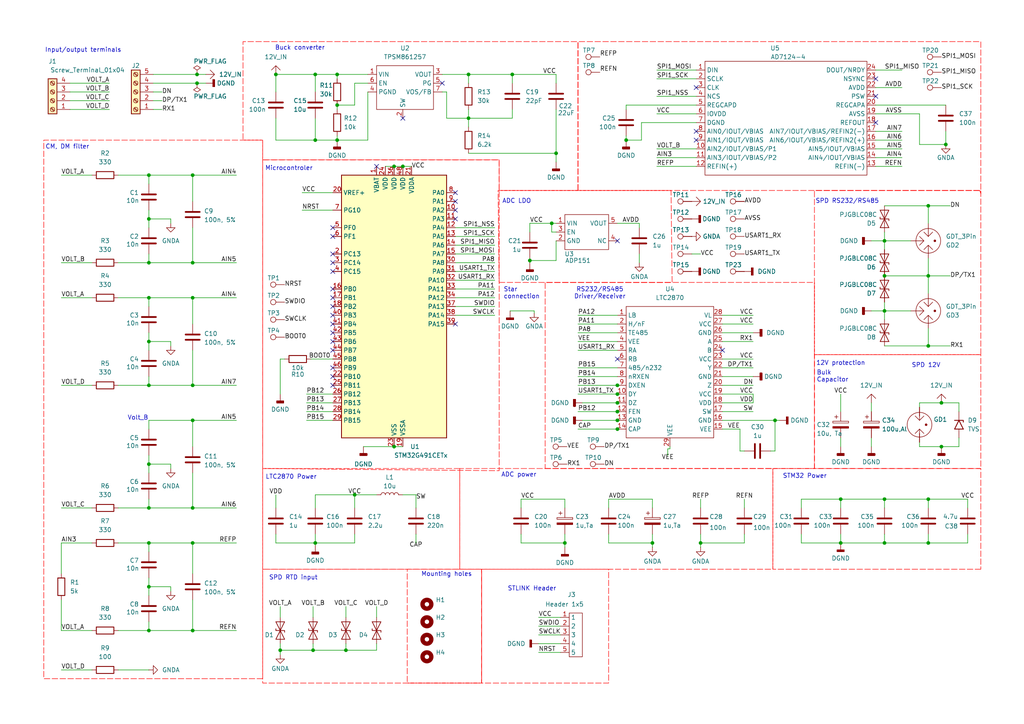
<source format=kicad_sch>
(kicad_sch (version 20250114) (generator "eeschema") (generator_version "9.0")
  (paper "A4")
  (title_block (title "Precise Temperature Measurement Board"))
  (text "Microcontroler" (at 83.82 48.895 0) (effects (font (size 1.27 1.27))))
  (text "SPD 12V\n" (at 268.605 106.045 0) (effects (font (size 1.27 1.27))))
  (text "CM, DM filter\n" (at 19.558 42.672 0) (effects (font (size 1.27 1.27))))
  (text "Buck converter" (at 86.995 13.97 0) (effects (font (size 1.27 1.27))))
  (text "Star \nconnection\n" (at 146.05 85.09 0) (effects (font (size 1.27 1.27)) (justify left)))
  (text "SPD RTD input" (at 85.09 167.64 0) (effects (font (size 1.27 1.27))))
  (text "Mounting holes\n\n" (at 129.54 167.64 0) (effects (font (size 1.27 1.27))))
  (text "RS232/RS485\nDriver/Receiver" (at 173.99 85.09 0) (effects (font (size 1.27 1.27))))
  (text "STLINK Header" (at 154.305 170.815 0) (effects (font (size 1.27 1.27))))
  (text "Input/output terminals" (at 24.13 14.605 0) (effects (font (size 1.27 1.27))))
  (text "LTC2870 Power\n" (at 84.455 138.43 0) (effects (font (size 1.27 1.27))))
  (text "ADC LDO\n" (at 149.86 58.42 0) (effects (font (size 1.27 1.27))))
  (text "SPD RS232/RS485\n" (at 245.745 58.42 0) (effects (font (size 1.27 1.27))))
  (text "STM32 Power\n" (at 233.426 138.176 0) (effects (font (size 1.27 1.27))))
  (text "ADC power\n" (at 150.495 137.795 0) (effects (font (size 1.27 1.27))))
  (text "Bulk\nCapacitor" (at 236.855 109.22 0) (effects (font (size 1.27 1.27)) (justify left)))
  (text "12V protection" (at 243.84 105.41 0) (effects (font (size 1.27 1.27))))
  (text "Volt_B\n" (at 40.005 121.285 0) (effects (font (size 1.27 1.27))))
  (junction (at 269.24 80.01))
  (junction (at 153.67 75.565))
  (junction (at 43.18 157.48))
  (junction (at 80.01 21.59))
  (junction (at 179.07 114.3))
  (junction (at 243.84 144.78))
  (junction (at 97.79 30.48))
  (junction (at 135.89 21.59))
  (junction (at 43.18 63.5))
  (junction (at 43.18 99.06))
  (junction (at 224.79 121.92))
  (junction (at 256.54 90.17))
  (junction (at 114.3 129.54))
  (junction (at 43.18 86.36))
  (junction (at 55.88 76.2))
  (junction (at 179.07 121.92))
  (junction (at 55.88 157.48))
  (junction (at 55.88 182.88))
  (junction (at 273.05 116.84))
  (junction (at 256.54 69.85))
  (junction (at 55.88 86.36))
  (junction (at 163.83 157.48))
  (junction (at 91.44 157.48))
  (junction (at 97.79 21.59))
  (junction (at 256.54 80.01))
  (junction (at 269.24 144.78))
  (junction (at 43.18 147.32))
  (junction (at 43.18 76.2))
  (junction (at 43.18 170.18))
  (junction (at 114.3 48.26))
  (junction (at 55.88 121.92))
  (junction (at 102.87 143.51))
  (junction (at 81.28 188.595))
  (junction (at 100.33 188.595))
  (junction (at 97.79 40.64))
  (junction (at 55.88 147.32))
  (junction (at 179.07 119.38))
  (junction (at 161.29 44.45))
  (junction (at 256.54 144.78))
  (junction (at 55.88 50.8))
  (junction (at 43.18 50.8))
  (junction (at 135.89 34.29))
  (junction (at 179.07 124.46))
  (junction (at 91.44 21.59))
  (junction (at 179.07 111.76))
  (junction (at 148.59 21.59))
  (junction (at 203.2 157.48))
  (junction (at 256.54 157.48))
  (junction (at 43.18 182.88))
  (junction (at 269.24 59.69))
  (junction (at 273.05 129.54))
  (junction (at 57.15 24.13))
  (junction (at 243.84 157.48))
  (junction (at 43.18 134.62))
  (junction (at 181.61 40.64))
  (junction (at 43.18 111.76))
  (junction (at 189.23 157.48))
  (junction (at 179.07 116.84))
  (junction (at 57.15 21.59))
  (junction (at 269.24 157.48))
  (junction (at 269.24 100.33))
  (junction (at 116.84 48.26))
  (junction (at 90.805 188.595))
  (junction (at 160.02 64.77))
  (junction (at 55.88 111.76))
  (junction (at 91.44 40.64))
  (junction (at 274.32 41.91))
  (no_connect (at 179.07 69.85))
  (no_connect (at 209.55 101.6))
  (no_connect (at 96.52 66.04))
  (no_connect (at 132.08 55.88))
  (no_connect (at 96.52 111.76))
  (no_connect (at 254 27.94))
  (no_connect (at 96.52 83.82))
  (no_connect (at 254 35.56))
  (no_connect (at 96.52 68.58))
  (no_connect (at 96.52 91.44))
  (no_connect (at 96.52 73.66))
  (no_connect (at 96.52 96.52))
  (no_connect (at 132.08 58.42))
  (no_connect (at 96.52 78.74))
  (no_connect (at 96.52 86.36))
  (no_connect (at 132.08 63.5))
  (no_connect (at 96.52 88.9))
  (no_connect (at 128.27 24.13))
  (no_connect (at 96.52 99.06))
  (no_connect (at 109.22 48.26))
  (no_connect (at 201.93 40.64))
  (no_connect (at 96.52 76.2))
  (no_connect (at 132.08 93.98))
  (no_connect (at 254 22.86))
  (no_connect (at 179.07 104.14))
  (no_connect (at 201.93 38.1))
  (no_connect (at 96.52 93.98))
  (no_connect (at 132.08 60.96))
  (no_connect (at 96.52 109.22))
  (no_connect (at 116.84 34.29))
  (no_connect (at 96.52 106.68))
  (no_connect (at 96.52 101.6))
  (no_connect (at 201.93 25.4))
  (wire (pts (xy 186.055 35.56) (xy 186.055 40.64)))
  (wire (pts (xy 254 30.48) (xy 274.32 30.48)))
  (wire (pts (xy 43.18 86.36) (xy 55.88 86.36)))
  (wire (pts (xy 43.18 182.88) (xy 55.88 182.88)))
  (wire (pts (xy 34.29 111.76) (xy 43.18 111.76)))
  (wire (pts (xy 209.55 93.98) (xy 218.44 93.98)))
  (wire (pts (xy 132.08 86.36) (xy 143.51 86.36)))
  (wire (pts (xy 161.29 69.85) (xy 161.29 75.565)))
  (wire (pts (xy 49.53 170.18) (xy 49.53 171.45)))
  (wire (pts (xy 20.32 31.75) (xy 31.75 31.75)))
  (wire (pts (xy 273.05 116.84) (xy 278.13 116.84)))
  (wire (pts (xy 17.78 182.88) (xy 26.67 182.88)))
  (wire (pts (xy 34.29 50.8) (xy 43.18 50.8)))
  (wire (pts (xy 167.64 101.6) (xy 179.07 101.6)))
  (wire (pts (xy 209.55 111.76) (xy 218.44 111.76)))
  (wire (pts (xy 55.88 147.32) (xy 68.58 147.32)))
  (wire (pts (xy 256.54 80.01) (xy 269.24 80.01)))
  (wire (pts (xy 189.23 144.78) (xy 189.23 147.32)))
  (wire (pts (xy 17.78 76.2) (xy 26.67 76.2)))
  (wire (pts (xy 129.54 26.67) (xy 129.54 34.29)))
  (wire (pts (xy 179.705 121.92) (xy 179.07 121.92)))
  (wire (pts (xy 34.29 76.2) (xy 43.18 76.2)))
  (wire (pts (xy 26.67 50.8) (xy 17.78 50.8)))
  (wire (pts (xy 189.23 158.75) (xy 189.23 157.48)))
  (wire (pts (xy 132.08 81.28) (xy 143.51 81.28)))
  (wire (pts (xy 186.055 35.56) (xy 201.93 35.56)))
  (wire (pts (xy 209.55 119.38) (xy 218.44 119.38)))
  (wire (pts (xy 91.44 40.64) (xy 97.79 40.64)))
  (wire (pts (xy 167.64 114.3) (xy 179.07 114.3)))
  (wire (pts (xy 254 48.26) (xy 261.62 48.26)))
  (wire (pts (xy 269.24 154.94) (xy 269.24 157.48)))
  (wire (pts (xy 55.88 86.36) (xy 68.58 86.36)))
  (wire (pts (xy 55.88 121.92) (xy 68.58 121.92)))
  (wire (pts (xy 254 40.64) (xy 261.62 40.64)))
  (wire (pts (xy 80.01 40.64) (xy 91.44 40.64)))
  (wire (pts (xy 106.68 26.67) (xy 106.68 40.64)))
  (wire (pts (xy 88.9 114.3) (xy 96.52 114.3)))
  (wire (pts (xy 215.9 130.81) (xy 214.63 130.81)))
  (wire (pts (xy 153.67 74.93) (xy 153.67 75.565)))
  (wire (pts (xy 190.5 45.72) (xy 201.93 45.72)))
  (wire (pts (xy 17.78 111.76) (xy 26.67 111.76)))
  (wire (pts (xy 154.94 90.17) (xy 147.955 90.17)))
  (wire (pts (xy 43.18 157.48) (xy 55.88 157.48)))
  (wire (pts (xy 49.53 63.5) (xy 43.18 63.5)))
  (wire (pts (xy 111.76 48.26) (xy 114.3 48.26)))
  (wire (pts (xy 176.53 157.48) (xy 189.23 157.48)))
  (wire (pts (xy 266.7 129.54) (xy 273.05 129.54)))
  (wire (pts (xy 34.29 157.48) (xy 43.18 157.48)))
  (wire (pts (xy 97.79 22.86) (xy 97.79 21.59)))
  (wire (pts (xy 153.67 75.565) (xy 153.67 76.2)))
  (wire (pts (xy 43.18 170.18) (xy 43.18 172.72)))
  (wire (pts (xy 49.53 63.5) (xy 49.53 64.77)))
  (wire (pts (xy 269.24 144.78) (xy 269.24 147.32)))
  (wire (pts (xy 266.7 33.02) (xy 266.7 41.91)))
  (wire (pts (xy 243.84 147.32) (xy 243.84 144.78)))
  (wire (pts (xy 102.87 143.51) (xy 102.87 147.32)))
  (wire (pts (xy 278.13 127) (xy 278.13 129.54)))
  (wire (pts (xy 43.18 109.22) (xy 43.18 111.76)))
  (wire (pts (xy 256.54 69.85) (xy 256.54 67.31)))
  (wire (pts (xy 256.54 144.78) (xy 269.24 144.78)))
  (wire (pts (xy 91.44 34.29) (xy 91.44 40.64)))
  (wire (pts (xy 151.13 157.48) (xy 163.83 157.48)))
  (wire (pts (xy 209.55 114.3) (xy 218.44 114.3)))
  (wire (pts (xy 43.18 167.64) (xy 43.18 170.18)))
  (wire (pts (xy 224.79 121.92) (xy 226.06 121.92)))
  (wire (pts (xy 153.67 64.77) (xy 153.67 67.31)))
  (wire (pts (xy 266.7 116.84) (xy 266.7 118.11)))
  (wire (pts (xy 163.83 154.94) (xy 163.83 157.48)))
  (wire (pts (xy 80.01 21.59) (xy 80.01 26.67)))
  (wire (pts (xy 163.83 144.78) (xy 163.83 147.32)))
  (wire (pts (xy 135.89 34.29) (xy 135.89 36.83)))
  (wire (pts (xy 20.32 29.21) (xy 31.75 29.21)))
  (wire (pts (xy 91.44 21.59) (xy 91.44 26.67)))
  (wire (pts (xy 128.27 21.59) (xy 135.89 21.59)))
  (wire (pts (xy 243.84 157.48) (xy 256.54 157.48)))
  (wire (pts (xy 274.32 38.1) (xy 274.32 41.91)))
  (wire (pts (xy 203.2 144.78) (xy 203.2 147.32)))
  (wire (pts (xy 256.54 59.69) (xy 269.24 59.69)))
  (wire (pts (xy 190.5 27.94) (xy 201.93 27.94)))
  (wire (pts (xy 91.44 143.51) (xy 102.87 143.51)))
  (wire (pts (xy 49.53 134.62) (xy 43.18 134.62)))
  (wire (pts (xy 55.88 157.48) (xy 68.58 157.48)))
  (wire (pts (xy 44.45 21.59) (xy 57.15 21.59)))
  (wire (pts (xy 203.2 158.75) (xy 203.2 157.48)))
  (wire (pts (xy 81.28 175.895) (xy 81.28 179.07)))
  (wire (pts (xy 181.61 39.37) (xy 181.61 40.64)))
  (wire (pts (xy 190.5 22.86) (xy 201.93 22.86)))
  (wire (pts (xy 179.07 64.77) (xy 185.42 64.77)))
  (wire (pts (xy 26.67 86.36) (xy 17.78 86.36)))
  (wire (pts (xy 90.805 186.69) (xy 90.805 188.595)))
  (wire (pts (xy 209.55 124.46) (xy 214.63 124.46)))
  (wire (pts (xy 43.18 60.96) (xy 43.18 63.5)))
  (wire (pts (xy 161.29 31.75) (xy 161.29 44.45)))
  (wire (pts (xy 168.91 121.92) (xy 179.07 121.92)))
  (wire (pts (xy 88.9 121.92) (xy 96.52 121.92)))
  (wire (pts (xy 91.44 21.59) (xy 97.79 21.59)))
  (wire (pts (xy 80.01 143.51) (xy 80.01 147.32)))
  (wire (pts (xy 49.53 99.06) (xy 43.18 99.06)))
  (wire (pts (xy 214.63 130.81) (xy 214.63 124.46)))
  (wire (pts (xy 280.67 147.32) (xy 280.67 144.78)))
  (wire (pts (xy 59.69 21.59) (xy 57.15 21.59)))
  (wire (pts (xy 49.53 134.62) (xy 49.53 135.89)))
  (wire (pts (xy 43.18 50.8) (xy 55.88 50.8)))
  (wire (pts (xy 254 38.1) (xy 261.62 38.1)))
  (wire (pts (xy 266.7 116.84) (xy 273.05 116.84)))
  (wire (pts (xy 167.64 99.06) (xy 179.07 99.06)))
  (wire (pts (xy 209.55 99.06) (xy 218.44 99.06)))
  (wire (pts (xy 224.79 130.81) (xy 223.52 130.81)))
  (wire (pts (xy 80.01 34.29) (xy 80.01 40.64)))
  (wire (pts (xy 224.79 121.92) (xy 224.79 130.81)))
  (wire (pts (xy 82.55 104.14) (xy 81.28 104.14)))
  (wire (pts (xy 26.67 157.48) (xy 17.78 157.48)))
  (wire (pts (xy 190.5 33.02) (xy 201.93 33.02)))
  (wire (pts (xy 55.88 93.98) (xy 55.88 86.36)))
  (wire (pts (xy 209.55 91.44) (xy 218.44 91.44)))
  (wire (pts (xy 49.53 99.06) (xy 49.53 100.33)))
  (wire (pts (xy 256.54 92.71) (xy 256.54 90.17)))
  (wire (pts (xy 132.08 91.44) (xy 143.51 91.44)))
  (wire (pts (xy 148.59 21.59) (xy 161.29 21.59)))
  (wire (pts (xy 256.54 100.33) (xy 269.24 100.33)))
  (wire (pts (xy 218.44 114.3) (xy 218.44 116.84)))
  (wire (pts (xy 194.31 130.175) (xy 193.675 130.175)))
  (wire (pts (xy 120.65 143.51) (xy 120.65 147.32)))
  (wire (pts (xy 185.42 73.66) (xy 185.42 76.2)))
  (wire (pts (xy 55.88 129.54) (xy 55.88 121.92)))
  (wire (pts (xy 156.21 179.07) (xy 162.56 179.07)))
  (wire (pts (xy 161.29 67.31) (xy 160.02 67.31)))
  (wire (pts (xy 163.83 157.48) (xy 163.83 158.75)))
  (wire (pts (xy 116.84 143.51) (xy 120.65 143.51)))
  (wire (pts (xy 179.705 111.76) (xy 179.07 111.76)))
  (wire (pts (xy 254 33.02) (xy 266.7 33.02)))
  (wire (pts (xy 153.67 64.77) (xy 160.02 64.77)))
  (wire (pts (xy 129.54 34.29) (xy 135.89 34.29)))
  (wire (pts (xy 55.88 66.04) (xy 55.88 76.2)))
  (wire (pts (xy 55.88 137.16) (xy 55.88 147.32)))
  (wire (pts (xy 176.53 147.32) (xy 176.53 144.78)))
  (wire (pts (xy 269.24 95.25) (xy 269.24 100.33)))
  (wire (pts (xy 156.21 186.69) (xy 162.56 186.69)))
  (wire (pts (xy 252.73 127) (xy 252.73 129.54)))
  (wire (pts (xy 280.67 154.94) (xy 280.67 157.48)))
  (wire (pts (xy 55.88 76.2) (xy 68.58 76.2)))
  (wire (pts (xy 90.805 188.595) (xy 100.33 188.595)))
  (wire (pts (xy 209.55 116.84) (xy 218.44 116.84)))
  (wire (pts (xy 179.705 124.46) (xy 179.07 124.46)))
  (wire (pts (xy 256.54 90.17) (xy 256.54 87.63)))
  (wire (pts (xy 266.7 41.91) (xy 274.32 41.91)))
  (wire (pts (xy 80.01 21.59) (xy 91.44 21.59)))
  (wire (pts (xy 193.675 130.175) (xy 193.675 132.08)))
  (wire (pts (xy 167.64 91.44) (xy 179.07 91.44)))
  (wire (pts (xy 102.87 143.51) (xy 109.22 143.51)))
  (wire (pts (xy 176.53 154.94) (xy 176.53 157.48)))
  (wire (pts (xy 215.9 157.48) (xy 215.9 154.94)))
  (wire (pts (xy 148.59 34.29) (xy 135.89 34.29)))
  (wire (pts (xy 100.33 186.69) (xy 100.33 188.595)))
  (wire (pts (xy 135.89 31.75) (xy 135.89 34.29)))
  (wire (pts (xy 190.5 43.18) (xy 201.93 43.18)))
  (wire (pts (xy 243.84 119.38) (xy 243.84 114.3)))
  (wire (pts (xy 156.21 184.15) (xy 162.56 184.15)))
  (wire (pts (xy 20.32 24.13) (xy 31.75 24.13)))
  (wire (pts (xy 273.05 129.54) (xy 278.13 129.54)))
  (wire (pts (xy 209.55 96.52) (xy 218.44 96.52)))
  (wire (pts (xy 43.18 134.62) (xy 43.18 137.16)))
  (wire (pts (xy 114.3 129.54) (xy 116.84 129.54)))
  (wire (pts (xy 81.28 188.595) (xy 90.805 188.595)))
  (wire (pts (xy 269.24 144.78) (xy 280.67 144.78)))
  (wire (pts (xy 43.18 99.06) (xy 43.18 101.6)))
  (wire (pts (xy 91.44 158.115) (xy 91.44 157.48)))
  (wire (pts (xy 43.18 147.32) (xy 55.88 147.32)))
  (wire (pts (xy 80.01 154.94) (xy 80.01 157.48)))
  (wire (pts (xy 97.79 40.64) (xy 106.68 40.64)))
  (wire (pts (xy 43.18 96.52) (xy 43.18 99.06)))
  (wire (pts (xy 269.24 100.33) (xy 275.59 100.33)))
  (wire (pts (xy 167.64 119.38) (xy 179.07 119.38)))
  (wire (pts (xy 209.55 104.14) (xy 218.44 104.14)))
  (wire (pts (xy 185.42 64.77) (xy 185.42 66.04)))
  (wire (pts (xy 91.44 157.48) (xy 102.87 157.48)))
  (wire (pts (xy 161.29 21.59) (xy 161.29 24.13)))
  (wire (pts (xy 160.02 64.77) (xy 161.29 64.77)))
  (wire (pts (xy 43.18 180.34) (xy 43.18 182.88)))
  (wire (pts (xy 179.705 114.3) (xy 179.07 114.3)))
  (wire (pts (xy 97.79 30.48) (xy 97.79 31.75)))
  (wire (pts (xy 181.61 30.48) (xy 201.93 30.48)))
  (wire (pts (xy 49.53 170.18) (xy 43.18 170.18)))
  (wire (pts (xy 17.78 173.99) (xy 17.78 182.88)))
  (wire (pts (xy 243.84 157.48) (xy 232.41 157.48)))
  (wire (pts (xy 256.54 157.48) (xy 269.24 157.48)))
  (wire (pts (xy 34.29 147.32) (xy 43.18 147.32)))
  (wire (pts (xy 90.17 104.14) (xy 96.52 104.14)))
  (wire (pts (xy 269.24 59.69) (xy 275.59 59.69)))
  (wire (pts (xy 88.9 116.84) (xy 96.52 116.84)))
  (wire (pts (xy 254 43.18) (xy 261.62 43.18)))
  (wire (pts (xy 109.22 186.69) (xy 109.22 188.595)))
  (wire (pts (xy 203.2 157.48) (xy 215.9 157.48)))
  (wire (pts (xy 55.88 50.8) (xy 68.58 50.8)))
  (wire (pts (xy 44.45 24.13) (xy 57.15 24.13)))
  (wire (pts (xy 55.88 182.88) (xy 68.58 182.88)))
  (wire (pts (xy 91.44 154.94) (xy 91.44 157.48)))
  (wire (pts (xy 132.08 78.74) (xy 143.51 78.74)))
  (wire (pts (xy 59.69 24.13) (xy 57.15 24.13)))
  (wire (pts (xy 34.29 86.36) (xy 43.18 86.36)))
  (wire (pts (xy 102.87 30.48) (xy 102.87 24.13)))
  (wire (pts (xy 254 20.32) (xy 261.62 20.32)))
  (wire (pts (xy 200.66 73.66) (xy 203.2 73.66)))
  (wire (pts (xy 156.21 181.61) (xy 162.56 181.61)))
  (wire (pts (xy 148.59 21.59) (xy 148.59 24.13)))
  (wire (pts (xy 148.59 31.75) (xy 148.59 34.29)))
  (wire (pts (xy 167.64 109.22) (xy 179.07 109.22)))
  (wire (pts (xy 26.67 194.31) (xy 17.78 194.31)))
  (wire (pts (xy 243.84 144.78) (xy 256.54 144.78)))
  (wire (pts (xy 44.45 29.21) (xy 46.99 29.21)))
  (wire (pts (xy 232.41 144.78) (xy 243.84 144.78)))
  (wire (pts (xy 269.24 80.01) (xy 269.24 85.09)))
  (wire (pts (xy 269.24 59.69) (xy 269.24 64.77)))
  (wire (pts (xy 179.705 119.38) (xy 179.07 119.38)))
  (wire (pts (xy 132.08 68.58) (xy 143.51 68.58)))
  (wire (pts (xy 190.5 20.32) (xy 201.93 20.32)))
  (wire (pts (xy 252.73 90.17) (xy 256.54 90.17)))
  (wire (pts (xy 135.89 44.45) (xy 161.29 44.45)))
  (wire (pts (xy 264.16 69.85) (xy 256.54 69.85)))
  (wire (pts (xy 55.88 101.6) (xy 55.88 111.76)))
  (wire (pts (xy 100.33 175.895) (xy 100.33 179.07)))
  (wire (pts (xy 151.13 147.32) (xy 151.13 144.78)))
  (wire (pts (xy 194.31 129.54) (xy 194.31 130.175)))
  (wire (pts (xy 209.55 106.68) (xy 218.44 106.68)))
  (wire (pts (xy 102.87 154.94) (xy 102.87 157.48)))
  (wire (pts (xy 135.89 21.59) (xy 148.59 21.59)))
  (wire (pts (xy 132.08 83.82) (xy 143.51 83.82)))
  (wire (pts (xy 44.45 26.67) (xy 46.99 26.67)))
  (wire (pts (xy 43.18 132.08) (xy 43.18 134.62)))
  (wire (pts (xy 102.87 24.13) (xy 106.68 24.13)))
  (wire (pts (xy 43.18 160.02) (xy 43.18 157.48)))
  (wire (pts (xy 252.73 119.38) (xy 252.73 116.84)))
  (wire (pts (xy 34.29 194.31) (xy 43.18 194.31)))
  (wire (pts (xy 100.33 188.595) (xy 109.22 188.595)))
  (wire (pts (xy 252.73 69.85) (xy 256.54 69.85)))
  (wire (pts (xy 43.18 121.92) (xy 55.88 121.92)))
  (wire (pts (xy 132.08 66.04) (xy 143.51 66.04)))
  (wire (pts (xy 128.27 26.67) (xy 129.54 26.67)))
  (wire (pts (xy 43.18 73.66) (xy 43.18 76.2)))
  (wire (pts (xy 44.45 31.75) (xy 46.99 31.75)))
  (wire (pts (xy 266.7 128.27) (xy 266.7 129.54)))
  (wire (pts (xy 97.79 39.37) (xy 97.79 40.64)))
  (wire (pts (xy 176.53 144.78) (xy 189.23 144.78)))
  (wire (pts (xy 109.22 175.895) (xy 109.22 179.07)))
  (wire (pts (xy 243.84 154.94) (xy 243.84 157.48)))
  (wire (pts (xy 120.65 154.94) (xy 120.65 157.48)))
  (wire (pts (xy 43.18 53.34) (xy 43.18 50.8)))
  (wire (pts (xy 135.89 21.59) (xy 135.89 24.13)))
  (wire (pts (xy 43.18 124.46) (xy 43.18 121.92)))
  (wire (pts (xy 215.9 144.78) (xy 215.9 147.32)))
  (wire (pts (xy 161.29 75.565) (xy 153.67 75.565)))
  (wire (pts (xy 189.23 154.94) (xy 189.23 157.48)))
  (wire (pts (xy 105.41 129.54) (xy 114.3 129.54)))
  (wire (pts (xy 179.705 116.84) (xy 179.07 116.84)))
  (wire (pts (xy 43.18 111.76) (xy 55.88 111.76)))
  (wire (pts (xy 43.18 63.5) (xy 43.18 66.04)))
  (wire (pts (xy 55.88 111.76) (xy 68.58 111.76)))
  (wire (pts (xy 167.64 106.68) (xy 179.07 106.68)))
  (wire (pts (xy 55.88 166.37) (xy 55.88 157.48)))
  (wire (pts (xy 203.2 154.94) (xy 203.2 157.48)))
  (wire (pts (xy 167.64 93.98) (xy 179.07 93.98)))
  (wire (pts (xy 87.63 60.96) (xy 96.52 60.96)))
  (wire (pts (xy 167.64 124.46) (xy 179.07 124.46)))
  (wire (pts (xy 269.24 80.01) (xy 275.59 80.01)))
  (wire (pts (xy 81.28 104.14) (xy 81.28 114.3)))
  (wire (pts (xy 151.13 144.78) (xy 163.83 144.78)))
  (wire (pts (xy 161.29 44.45) (xy 161.29 46.99)))
  (wire (pts (xy 88.9 119.38) (xy 96.52 119.38)))
  (wire (pts (xy 264.16 90.17) (xy 256.54 90.17)))
  (wire (pts (xy 256.54 144.78) (xy 256.54 147.32)))
  (wire (pts (xy 269.24 157.48) (xy 280.67 157.48)))
  (wire (pts (xy 81.28 188.595) (xy 81.28 189.865)))
  (wire (pts (xy 114.3 48.26) (xy 116.84 48.26)))
  (wire (pts (xy 254 45.72) (xy 261.62 45.72)))
  (wire (pts (xy 132.08 71.12) (xy 143.51 71.12)))
  (wire (pts (xy 167.64 111.76) (xy 179.07 111.76)))
  (wire (pts (xy 17.78 157.48) (xy 17.78 166.37)))
  (wire (pts (xy 80.01 157.48) (xy 91.44 157.48)))
  (wire (pts (xy 254 25.4) (xy 261.62 25.4)))
  (wire (pts (xy 154.94 90.805) (xy 154.94 90.17)))
  (wire (pts (xy 17.78 147.32) (xy 26.67 147.32)))
  (wire (pts (xy 132.08 76.2) (xy 143.51 76.2)))
  (wire (pts (xy 43.18 144.78) (xy 43.18 147.32)))
  (wire (pts (xy 181.61 30.48) (xy 181.61 31.75)))
  (wire (pts (xy 209.55 109.22) (xy 218.44 109.22)))
  (wire (pts (xy 167.64 96.52) (xy 179.07 96.52)))
  (wire (pts (xy 232.41 157.48) (xy 232.41 154.94)))
  (wire (pts (xy 55.88 58.42) (xy 55.88 50.8)))
  (wire (pts (xy 20.32 26.67) (xy 31.75 26.67)))
  (wire (pts (xy 190.5 48.26) (xy 201.93 48.26)))
  (wire (pts (xy 256.54 72.39) (xy 256.54 69.85)))
  (wire (pts (xy 243.84 127) (xy 243.84 129.54)))
  (wire (pts (xy 55.88 173.99) (xy 55.88 182.88)))
  (wire (pts (xy 151.13 154.94) (xy 151.13 157.48)))
  (wire (pts (xy 116.84 48.26) (xy 119.38 48.26)))
  (wire (pts (xy 81.28 186.69) (xy 81.28 188.595)))
  (wire (pts (xy 132.08 88.9) (xy 143.51 88.9)))
  (wire (pts (xy 186.055 40.64) (xy 181.61 40.64)))
  (wire (pts (xy 168.91 116.84) (xy 179.07 116.84)))
  (wire (pts (xy 97.79 21.59) (xy 106.68 21.59)))
  (wire (pts (xy 97.79 30.48) (xy 102.87 30.48)))
  (wire (pts (xy 278.13 119.38) (xy 278.13 116.84)))
  (wire (pts (xy 132.08 73.66) (xy 143.51 73.66)))
  (wire (pts (xy 256.54 154.94) (xy 256.54 157.48)))
  (wire (pts (xy 34.29 182.88) (xy 43.18 182.88)))
  (wire (pts (xy 87.63 55.88) (xy 96.52 55.88)))
  (wire (pts (xy 160.02 67.31) (xy 160.02 64.77)))
  (wire (pts (xy 90.805 175.895) (xy 90.805 179.07)))
  (wire (pts (xy 43.18 88.9) (xy 43.18 86.36)))
  (wire (pts (xy 209.55 121.92) (xy 224.79 121.92)))
  (wire (pts (xy 269.24 74.93) (xy 269.24 80.01)))
  (wire (pts (xy 232.41 147.32) (xy 232.41 144.78)))
  (wire (pts (xy 156.21 189.23) (xy 162.56 189.23)))
  (wire (pts (xy 43.18 76.2) (xy 55.88 76.2)))
  (wire (pts (xy 91.44 147.32) (xy 91.44 143.51)))
  (label "SWCLK" (at 156.21 184.15 0))
  (label "SWDIO" (at 143.51 88.9 180))
  (label "VCC" (at 218.44 104.14 180))
  (label "CAP" (at 120.65 157.48 0))
  (label "VDD" (at 218.44 116.84 180))
  (label "DN" (at 175.26 134.62 0))
  (label "DP{slash}TX1" (at 218.44 106.68 180))
  (label "PA8" (at 167.64 96.52 0))
  (label "VEE" (at 164.465 129.54 0))
  (label "REFP" (at 173.99 16.51 0))
  (label "REFN" (at 68.58 182.88 180))
  (label "NRST" (at 87.63 60.96 0))
  (label "VOLT_A" (at 17.78 50.8 0))
  (label "CAP" (at 167.64 124.46 0))
  (label "VOLT_B" (at 190.5 43.18 0))
  (label "REFN" (at 215.9 144.78 0))
  (label "PB15" (at 88.9 121.92 0))
  (label "VCC" (at 243.84 114.3 0))
  (label "AIN7" (at 261.62 38.1 180))
  (label "VCC" (at 280.67 144.78 0))
  (label "REFP" (at 203.2 144.78 0))
  (label "AIN5" (at 68.58 121.92 180))
  (label "VOLT_B" (at 90.805 175.895 0))
  (label "AIN5" (at 68.58 76.2 180))
  (label "USART1_RX" (at 215.9 68.58 0))
  (label "SPI1_MOSI" (at 273.05 16.51 0))
  (label "DP{slash}TX1" (at 175.26 129.54 0))
  (label "AVSS" (at 261.62 33.02 180))
  (label "BOOT0" (at 92.71 104.14 0))
  (label "SPI1_SCK" (at 143.51 68.58 180))
  (label "VOLT_D" (at 17.78 111.76 0))
  (label "VCC" (at 102.87 143.51 0))
  (label "RX1" (at 218.44 99.06 180))
  (label "AIN3" (at 190.5 45.72 0))
  (label "REFP" (at 68.58 157.48 180))
  (label "VOLT_D" (at 17.78 194.31 0))
  (label "VCC" (at 119.38 48.26 0))
  (label "USART1_RX" (at 167.64 101.6 0))
  (label "AIN4" (at 261.62 45.72 180))
  (label "VOLT_C" (at 31.75 29.21 180))
  (label "PB13" (at 167.64 111.76 0))
  (label "VOLT_D" (at 31.75 31.75 180))
  (label "VEE" (at 193.675 132.08 0))
  (label "AIN4" (at 68.58 50.8 180))
  (label "SPI1_SCK" (at 190.5 22.86 0))
  (label "SWDIO" (at 82.55 87.63 0))
  (label "DP{slash}TX1" (at 46.99 29.21 0))
  (label "NRST" (at 156.21 189.23 0))
  (label "DN" (at 218.44 111.76 180))
  (label "PA12" (at 167.64 91.44 0))
  (label "RX1" (at 46.99 31.75 0))
  (label "SPI1_SCK" (at 273.05 25.4 0))
  (label "USART1_TX" (at 143.51 78.74 180))
  (label "AVDD" (at 176.53 144.78 0))
  (label "VOLT_B" (at 17.78 76.2 0))
  (label "SW" (at 120.65 143.51 0))
  (label "DN" (at 46.99 26.67 0))
  (label "PA12" (at 143.51 86.36 180))
  (label "DP{slash}TX1" (at 275.59 80.01 0))
  (label "SPI1_MOSI" (at 143.51 73.66 180))
  (label "VCC" (at 87.63 55.88 0))
  (label "VCC" (at 203.2 73.66 0))
  (label "AVDD" (at 261.62 25.4 180))
  (label "VDD" (at 80.01 143.51 0))
  (label "REFN" (at 173.99 20.955 0))
  (label "RX1" (at 164.465 134.62 0))
  (label "USART1_RX" (at 143.51 81.28 180))
  (label "USART1_TX" (at 215.9 73.66 0))
  (label "AIN7" (at 68.58 111.76 180))
  (label "AIN6" (at 261.62 40.64 180))
  (label "SPI1_NSS" (at 190.5 27.94 0))
  (label "AVDD" (at 185.42 64.77 180))
  (label "AIN3" (at 17.78 157.48 0))
  (label "PB13" (at 88.9 116.84 0))
  (label "BOOT0" (at 82.55 97.79 0))
  (label "VOLT_A" (at 17.78 86.36 0))
  (label "SPI1_MOSI" (at 190.5 20.32 0))
  (label "PA8" (at 143.51 76.2 180))
  (label "PA11" (at 167.64 93.98 0))
  (label "VOLT_C" (at 17.78 147.32 0))
  (label "AVSS" (at 215.9 63.5 0))
  (label "PB15" (at 167.64 106.68 0))
  (label "VCC" (at 218.44 93.98 180))
  (label "PB14" (at 167.64 109.22 0))
  (label "REFN" (at 261.62 48.26 180))
  (label "AIN6" (at 68.58 147.32 180))
  (label "PA11" (at 143.51 83.82 180))
  (label "DN" (at 275.59 59.69 0))
  (label "VOLT_A" (at 17.78 182.88 0))
  (label "NRST" (at 82.55 82.55 0))
  (label "VOLT_A" (at 81.28 175.895 0))
  (label "SPI1_MISO" (at 143.51 71.12 180))
  (label "VCC" (at 218.44 91.44 180))
  (label "SPI1_NSS" (at 143.51 66.04 180))
  (label "USART1_TX" (at 167.64 114.3 0))
  (label "SWCLK" (at 143.51 91.44 180))
  (label "PB14" (at 88.9 119.38 0))
  (label "VCC" (at 156.21 179.07 0))
  (label "VOLT_D" (at 109.22 175.895 0))
  (label "AVDD" (at 215.9 58.42 0))
  (label "VCC" (at 190.5 33.02 0))
  (label "SWDIO" (at 156.21 181.61 0))
  (label "SW" (at 218.44 119.38 180))
  (label "VOLT_C" (at 100.33 175.895 0))
  (label "VEE" (at 214.63 124.46 180))
  (label "REFP" (at 190.5 48.26 0))
  (label "SPI1_MISO" (at 273.05 20.955 0))
  (label "VCC" (at 218.44 114.3 180))
  (label "VOLT_B" (at 31.75 26.67 180))
  (label "AIN5" (at 261.62 43.18 180))
  (label "VCC" (at 151.13 144.78 0))
  (label "VCC" (at 161.29 21.59 180))
  (label "AIN4" (at 68.58 86.36 180))
  (label "RX1" (at 275.59 100.33 0))
  (label "VCC" (at 153.67 64.77 0))
  (label "PB12" (at 88.9 114.3 0))
  (label "VOLT_A" (at 31.75 24.13 180))
  (label "SWCLK" (at 82.55 92.71 0))
  (label "VEE" (at 167.64 99.06 0))
  (label "PB12" (at 167.64 119.38 0))
  (label "SPI1_MISO" (at 261.62 20.32 0))
  (rule_area (polyline (pts (xy 76.2 196.85) (xy 12.7 196.85) (xy 12.7 40.64) (xy 76.2 40.64)) (stroke (width 0) (type dash))))
  (rule_area (polyline (pts (xy 236.22 102.87) (xy 236.22 55.245) (xy 284.48 55.245) (xy 284.48 102.87)) (stroke (width 0) (type dash))))
  (rule_area (polyline (pts (xy 158.115 135.89) (xy 236.22 135.89) (xy 236.22 81.915) (xy 158.115 81.915)) (stroke (width 0) (type dash))))
  (rule_area (polyline (pts (xy 176.53 165.1) (xy 139.7 165.1) (xy 139.7 198.12) (xy 176.53 198.12)) (stroke (width 0) (type dash))))
  (rule_area (polyline (pts (xy 139.7 165.1) (xy 118.11 165.1) (xy 118.11 198.12) (xy 139.7 198.12)) (stroke (width 0) (type dash))))
  (rule_area (polyline (pts (xy 139.7 165.1) (xy 76.2 165.1) (xy 76.2 198.12) (xy 139.7 198.12)) (stroke (width 0) (type dash))))
  (rule_area (polyline (pts (xy 284.1624 55.245) (xy 167.9574 55.245) (xy 167.64 55.245) (xy 167.64 12.065) (xy 284.48 12.065) (xy 284.48 56.1975)) (stroke (width 0) (type dash))))
  (rule_area (polyline (pts (xy 144.78 81.915) (xy 194.945 81.915) (xy 194.6274 55.245) (xy 144.4624 55.245)) (stroke (width 0) (type dash))))
  (rule_area (polyline (pts (xy 76.2 46.355) (xy 144.78 46.355) (xy 144.78 104.14) (xy 144.78 104.775) (xy 144.78 136.525) (xy 76.2 135.89)) (stroke (width 0) (type dash))))
  (rule_area (polyline (pts (xy 167.64 55.245) (xy 144.78 55.245) (xy 144.78 46.355) (xy 76.2 46.355) (xy 76.2 40.64) (xy 70.485 40.64) (xy 70.485 12.065) (xy 167.64 12.065)) (stroke (width 0) (type dash))))
  (rule_area (polyline (pts (xy 133.35 135.89) (xy 76.2 135.89) (xy 76.2 165.1) (xy 133.35 165.1)) (stroke (width 0) (type dash))))
  (rule_area (polyline (pts (xy 224.155 165.1) (xy 224.155 135.89) (xy 133.35 135.89) (xy 133.35 165.1)) (stroke (width 0) (type dash))))
  (rule_area (polyline (pts (xy 236.22 135.89) (xy 236.22 102.87) (xy 284.48 102.87) (xy 284.48 135.89)) (stroke (width 0) (type dash))))
  (rule_area (polyline (pts (xy 284.48 165.1) (xy 224.155 165.1) (xy 224.155 135.89) (xy 284.48 135.89)) (stroke (width 0) (type dash))))
  (symbol (lib_id "Connector:TestPoint") (at 82.55 97.79 90) (unit 1) (in_bom no)
    (property "Reference" "TP4" (at 79.375 95.885 90))
    (property "Value" "TestPoint" (effects (hide yes)))
    (property "Footprint" "My_footprints:Testpoint" (effects (hide yes)))
    (property "Description" "test point" (effects (hide yes)))
  )
  (symbol (lib_id "My_components:12V_IN") (at 80.01 21.59 0) (unit 1)
    (property "Reference" "#PWR08" (effects (hide yes)))
    (property "Value" "12V_IN" (at 80.01 16.51 0))
  )
  (symbol (lib_id "Device:C") (at 153.67 71.12 0) (unit 1)
    (property "Reference" "C21" (at 147.32 69.85 0) (effects (justify left)))
    (property "Value" "1u" (at 148.59 72.39 0) (effects (justify left)))
    (property "Footprint" "My_footprints:0805" (effects (hide yes)))
    (property "Description" "Multilayer Ceramic Capacitors MLCC - SMD/SMT 1.0uF +-10% 50V" (effects (hide yes)))
    (property "Part no." "791-0805X105K250CT" (effects (hide yes)))
    (property "Manufacturer part no." "0805X105K250CT" (effects (hide yes)))
    (property "Supplier" "Mouser" (effects (hide yes)))
    (property "Manufacturer" "Walsin" (effects (hide yes)))
    (property "Price(1000 pcs, eur)" "0.024" (effects (hide yes)))
    (property "Temp. range (min, max)" "-55,85" (effects (hide yes)))
  )
  (symbol (lib_id "power:GNDA") (at 203.2 158.75 0) (unit 1)
    (property "Reference" "#PWR029" (effects (hide yes)))
    (property "Value" "GNDA" (at 203.2 162.814 0))
    (property "Description" "Power symbol creates a global label with name \"GNDA\" , analog ground" (effects (hide yes)))
  )
  (symbol (lib_id "Device:C") (at 243.84 151.13 0) (unit 1)
    (property "Reference" "C33" (at 237.49 149.86 0) (effects (justify left)))
    (property "Value" "100n" (at 235.966 152.4 0) (effects (justify left)))
    (property "Footprint" "My_footprints:0603" (effects (hide yes)))
    (property "Description" "Multilayer Ceramic Capacitors MLCC - SMD/SMT 50 V 0.1uF X5R 0603 10%" (effects (hide yes)))
    (property "Part no." "603-CC603KRX5R9BB104" (effects (hide yes)))
    (property "Manufacturer part no." "CC0603KRX5R9BB104" (effects (hide yes)))
    (property "Supplier" "Mouser" (effects (hide yes)))
    (property "Manufacturer" "YAGEO" (effects (hide yes)))
    (property "Price(1000 pcs, eur)" "0.015" (effects (hide yes)))
    (property "Temp. range (min, max)" "-55,85" (effects (hide yes)))
    (property "Supplier 2" "JLCPCB" (effects (hide yes)))
    (property "Supplier 2 part no." "C110022" (effects (hide yes)))
    (property "Supplier 2 price(1000 pcs, eur)" "0.0021" (effects (hide yes)))
  )
  (symbol (lib_id "Device:R") (at 17.78 170.18 0) (unit 1)
    (property "Reference" "R1" (at 20.32 168.9099 0) (effects (justify left)))
    (property "Value" "5k" (at 20.32 171.4499 0) (effects (justify left)))
    (property "Footprint" "My_footprints:Resistor_THT" (effects (hide yes)))
    (property "Description" "Metal Foil Resistors - Through Hole Z201T 5Kohms 0.005% .6w" (effects (hide yes)))
    (property "Part no." "71-Z201T5K0000VB" (effects (hide yes)))
    (property "Manufacturer part no." "Y14535K00000V9L" (effects (hide yes)))
    (property "Supplier" "Mouser" (effects (hide yes)))
    (property "Manufacturer" "Vishay" (effects (hide yes)))
    (property "Price(1000 pcs, eur)" "16.43" (effects (hide yes)))
    (property "Temp. range (min, max)" "-55,125" (effects (hide yes)))
  )
  (symbol (lib_id "Device:C") (at 43.18 176.53 0) (unit 1)
    (property "Reference" "C8" (at 37.592 175.26 0) (effects (justify left)))
    (property "Value" "10n" (at 36.576 177.546 0) (effects (justify left)))
    (property "Footprint" "My_footprints:0805" (effects (hide yes)))
    (property "Description" "Multilayer Ceramic Capacitors MLCC - SMD/SMT KAF21BR72A103JT NW G LOB PN 100V 0.01uF" (effects (hide yes)))
    (property "Part no." "581-08051C103J4Z2A" (effects (hide yes)))
    (property "Manufacturer part no." " 08051C103J4Z2A" (effects (hide yes)))
    (property "Supplier" "Mouser" (effects (hide yes)))
    (property "Manufacturer" "KYOCERA AVX" (effects (hide yes)))
    (property "Price(1000 pcs, eur)" "0.019" (effects (hide yes)))
    (property "Temp. range (min, max)" "-55,125" (effects (hide yes)))
  )
  (symbol (lib_name "DGND_2") (lib_id "My_components:DGND") (at 181.61 40.64 0) (unit 1) (in_bom no) (on_board no)
    (property "Reference" "#PWR022" (effects (hide yes)))
    (property "Value" "DGND" (at 181.61 45.085 0))
  )
  (symbol (lib_id "Device:C") (at 256.54 151.13 0) (unit 1)
    (property "Reference" "C35" (at 249.555 149.86 0) (effects (justify left)))
    (property "Value" "100n" (at 248.666 152.4 0) (effects (justify left)))
    (property "Footprint" "My_footprints:0603" (effects (hide yes)))
    (property "Description" "Multilayer Ceramic Capacitors MLCC - SMD/SMT 50 V 0.1uF X5R 0603 10%" (effects (hide yes)))
    (property "Part no." "603-CC603KRX5R9BB104" (effects (hide yes)))
    (property "Manufacturer part no." "CC0603KRX5R9BB104" (effects (hide yes)))
    (property "Supplier" "Mouser" (effects (hide yes)))
    (property "Manufacturer" "YAGEO" (effects (hide yes)))
    (property "Price(1000 pcs, eur)" "0.015" (effects (hide yes)))
    (property "Temp. range (min, max)" "-55,85" (effects (hide yes)))
    (property "Supplier 2" "JLCPCB" (effects (hide yes)))
    (property "Supplier 2 part no." "C110022" (effects (hide yes)))
    (property "Supplier 2 price(1000 pcs, eur)" "0.0021" (effects (hide yes)))
  )
  (symbol (lib_id "Device:C") (at 55.88 97.79 0) (unit 1)
    (property "Reference" "C10" (at 59.182 96.774 0) (effects (justify left)))
    (property "Value" "100n, 5%" (at 59.182 99.314 0) (effects (justify left)))
    (property "Footprint" "My_footprints:0805" (effects (hide yes)))
    (property "Description" "Multilayer Ceramic Capacitors MLCC - SMD/SMT 0805 0.1uF 50volts X7R 5%" (effects (hide yes)))
    (property "Part no." "77-VJ0805Y104JXARBC " (effects (hide yes)))
    (property "Manufacturer part no." "VJ0805Y104JXARBC " (effects (hide yes)))
    (property "Supplier" "Mouser" (effects (hide yes)))
    (property "Manufacturer" "Vishay" (effects (hide yes)))
    (property "Price(1000 pcs, eur)" "0.046" (effects (hide yes)))
    (property "Temp. range (min, max)" "-55,125" (effects (hide yes)))
  )
  (symbol (lib_id "Device:R") (at 30.48 157.48 270) (unit 1)
    (property "Reference" "R7" (at 30.48 151.13 90))
    (property "Value" "330" (at 30.48 153.67 90))
    (property "Footprint" "My_footprints:0805" (effects (hide yes)))
    (property "Description" "Thick Film Resistors - SMD 330 ohm 1% 150V General Purpose SMT" (effects (hide yes)))
    (property "Part no." "756-WCR0805-330RFI" (effects (hide yes)))
    (property "Manufacturer part no." "WCR0805-330RFI" (effects (hide yes)))
    (property "Supplier" "Mouser" (effects (hide yes)))
    (property "Manufacturer" "Welwyn Components / TT Electronics" (effects (hide yes)))
    (property "Price(1000 pcs, eur)" "0.025" (effects (hide yes)))
    (property "Temp. range (min, max)" "-55,155" (effects (hide yes)))
  )
  (symbol (lib_id "Device:C") (at 80.01 151.13 0) (unit 1)
    (property "Reference" "C14" (at 83.82 149.8599 0) (effects (justify left)))
    (property "Value" "1u" (at 83.82 152.3999 0) (effects (justify left)))
    (property "Footprint" "My_footprints:0805" (effects (hide yes)))
    (property "Description" "Multilayer Ceramic Capacitors MLCC - SMD/SMT 1.0uF +-10% 50V" (effects (hide yes)))
    (property "Part no." "791-0805X105K250CT" (effects (hide yes)))
    (property "Manufacturer part no." "0805X105K250CT" (effects (hide yes)))
    (property "Supplier" "Mouser" (effects (hide yes)))
    (property "Manufacturer" "Walsin" (effects (hide yes)))
    (property "Price(1000 pcs, eur)" "0.024" (effects (hide yes)))
    (property "Temp. range (min, max)" "-55,85" (effects (hide yes)))
  )
  (symbol (lib_id "power:PWR_FLAG") (at 57.15 21.59 0) (unit 1)
    (property "Reference" "#FLG01" (effects (hide yes)))
    (property "Value" "PWR_FLAG" (at 60.96 17.78 0))
    (property "Description" "Special symbol for telling ERC where power comes from" (effects (hide yes)))
  )
  (symbol (lib_id "power:GNDA") (at 49.53 171.45 0) (unit 1)
    (property "Reference" "#PWR05" (effects (hide yes)))
    (property "Value" "GNDA" (at 49.53 176.53 0))
    (property "Description" "Power symbol creates a global label with name \"GNDA\" , analog ground" (effects (hide yes)))
  )
  (symbol (lib_id "My_components:12V_IN") (at 200.66 58.42 270) (unit 1)
    (property "Reference" "#PWR025" (effects (hide yes)))
    (property "Value" "12V_IN" (at 203.835 58.4199 90) (effects (justify left)))
  )
  (symbol (lib_name "DGND_2") (lib_id "My_components:DGND") (at 91.44 158.115 0) (unit 1) (in_bom no) (on_board no)
    (property "Reference" "#PWR011" (effects (hide yes)))
    (property "Value" "DGND" (at 91.44 162.56 0))
  )
  (symbol (lib_id "Device:C") (at 43.18 140.97 0) (unit 1)
    (property "Reference" "C6" (at 37.592 139.7 0) (effects (justify left)))
    (property "Value" "10n" (at 36.576 141.986 0) (effects (justify left)))
    (property "Footprint" "My_footprints:0805" (effects (hide yes)))
    (property "Description" "Multilayer Ceramic Capacitors MLCC - SMD/SMT KAF21BR72A103JT NW G LOB PN 100V 0.01uF" (effects (hide yes)))
    (property "Part no." "581-08051C103J4Z2A" (effects (hide yes)))
    (property "Manufacturer part no." " 08051C103J4Z2A" (effects (hide yes)))
    (property "Supplier" "Mouser" (effects (hide yes)))
    (property "Manufacturer" "KYOCERA AVX" (effects (hide yes)))
    (property "Price(1000 pcs, eur)" "0.019" (effects (hide yes)))
    (property "Temp. range (min, max)" "-55,125" (effects (hide yes)))
  )
  (symbol (lib_name "DGND_2") (lib_id "My_components:DGND") (at 200.66 78.74 90) (unit 1) (in_bom no) (on_board no)
    (property "Reference" "#PWR028" (effects (hide yes)))
    (property "Value" "DGND" (at 206.375 78.74 90))
  )
  (symbol (lib_id "MCU_ST_STM32G4:STM32G491CETx") (at 114.3 88.9 0) (unit 1)
    (property "Reference" "U1" (at 118.9833 129.54 0) (effects (justify left)))
    (property "Value" "STM32G491CETx" (at 114.3 132.08 0) (effects (justify left)))
    (property "Footprint" "footprints:QFP50P900X900X160-48N" (effects (hide yes)))
    (property "Datasheet" "https://www.st.com/resource/en/datasheet/stm32g491ce.pdf" (effects (hide yes)))
    (property "Description" "STMicroelectronics Arm Cortex-M4 MCU, 512KB flash, 112KB RAM, 170 MHz, 1.71-3.6V, 38 GPIO, LQFP48" (effects (hide yes)))
    (property "Part no." "511-STM32G491CET6" (effects (hide yes)))
    (property "Manufacturer part no." "STM32G491CET6" (effects (hide yes)))
    (property "Supplier" "Mouser" (effects (hide yes)))
    (property "Manufacturer" "STMicroelectronics" (effects (hide yes)))
    (property "Price(1000 pcs, eur)" "3.56" (effects (hide yes)))
    (property "Temp. range (min, max)" "-40,85" (effects (hide yes)))
  )
  (symbol (lib_id "My_components:Header_1x5") (at 163.83 176.53 0) (unit 1)
    (property "Reference" "J3" (at 164.592 172.466 0) (effects (justify left)))
    (property "Value" "Header 1x5" (at 158.115 175.26 0) (effects (justify left)))
    (property "Footprint" "My_footprints:Header 1x5" (effects (hide yes)))
    (property "Description" "-65℃~+125℃ 1 2.54mm 2.54mm 3.05mm 3A 5P 7.75mm Black Phosphor Bronze Pin Header Through Hole Tin Plugin,P=2.54mm Pin Headers ROHS" (effects (hide yes)))
    (property "Part no." "649-77311-122-05LF" (effects (hide yes)))
    (property "Manufacturer part no." "77311-122-05LF" (effects (hide yes)))
    (property "Supplier" "Mouser" (effects (hide yes)))
    (property "Manufacturer" " Amphenol ICC" (effects (hide yes)))
    (property "Price(1000 pcs, eur)" "0.286" (effects (hide yes)))
    (property "Temp. range (min, max)" "-65,125" (effects (hide yes)))
  )
  (symbol (lib_name "DGND_2") (lib_id "My_components:DGND") (at 215.9 78.74 90) (unit 1) (in_bom no) (on_board no)
    (property "Reference" "#PWR042" (effects (hide yes)))
    (property "Value" "DGND" (at 219.71 78.7399 90) (effects (justify right)))
  )
  (symbol (lib_id "Device:R") (at 30.48 147.32 270) (unit 1)
    (property "Reference" "R6" (at 30.48 140.97 90))
    (property "Value" "330" (at 30.48 143.51 90))
    (property "Footprint" "My_footprints:0805" (effects (hide yes)))
    (property "Description" "Thick Film Resistors - SMD 330 ohm 1% 150V General Purpose SMT" (effects (hide yes)))
    (property "Part no." "756-WCR0805-330RFI" (effects (hide yes)))
    (property "Manufacturer part no." "WCR0805-330RFI" (effects (hide yes)))
    (property "Supplier" "Mouser" (effects (hide yes)))
    (property "Manufacturer" "Welwyn Components / TT Electronics" (effects (hide yes)))
    (property "Price(1000 pcs, eur)" "0.025" (effects (hide yes)))
    (property "Temp. range (min, max)" "-55,155" (effects (hide yes)))
  )
  (symbol (lib_id "Device:C") (at 219.71 130.81 90) (unit 1)
    (property "Reference" "C30" (at 219.71 123.825 90))
    (property "Value" "1u" (at 219.71 126.365 90))
    (property "Footprint" "My_footprints:0805" (effects (hide yes)))
    (property "Description" "Multilayer Ceramic Capacitors MLCC - SMD/SMT 1.0uF +-10% 50V" (effects (hide yes)))
    (property "Part no." "791-0805X105K250CT" (effects (hide yes)))
    (property "Manufacturer part no." "0805X105K250CT" (effects (hide yes)))
    (property "Supplier" "Mouser" (effects (hide yes)))
    (property "Manufacturer" "Walsin" (effects (hide yes)))
    (property "Price(1000 pcs, eur)" "0.024" (effects (hide yes)))
    (property "Temp. range (min, max)" "-55,85" (effects (hide yes)))
  )
  (symbol (lib_name "DGND_2") (lib_id "My_components:DGND") (at 81.28 114.3 0) (unit 1) (in_bom no) (on_board no)
    (property "Reference" "#PWR09" (effects (hide yes)))
    (property "Value" "DGND" (at 81.28 118.745 0))
  )
  (symbol (lib_id "Device:GDT_2Pin") (at 266.7 123.19 0) (unit 1)
    (property "Reference" "GD1" (at 270.764 121.666 0) (effects (justify left)))
    (property "Value" "2049-23" (effects (hide yes)))
    (property "Footprint" "My_footprints:GDT 2 pin" (effects (hide yes)))
    (property "Description" "Gas Discharge Tube with 2 Pins" (effects (hide yes)))
    (property "Part no." "652-2049-23-BLF " (effects (hide yes)))
    (property "Manufacturer part no." "2049-23-BLF" (effects (hide yes)))
    (property "Supplier" "Mouser" (effects (hide yes)))
    (property "Manufacturer" "Bourns" (effects (hide yes)))
    (property "Price(1000 pcs, eur)" "0.367" (effects (hide yes)))
    (property "Temp. range (min, max)" "-30,85" (effects (hide yes)))
  )
  (symbol (lib_id "Connector:TestPoint") (at 82.55 92.71 90) (unit 1) (in_bom no)
    (property "Reference" "TP3" (at 79.375 90.805 90))
    (property "Value" "TestPoint" (effects (hide yes)))
    (property "Footprint" "My_footprints:Testpoint" (effects (hide yes)))
    (property "Description" "test point" (effects (hide yes)))
  )
  (symbol (lib_id "Device:C") (at 269.24 151.13 0) (unit 1)
    (property "Reference" "C36" (at 262.89 149.86 0) (effects (justify left)))
    (property "Value" "100n" (at 261.366 152.4 0) (effects (justify left)))
    (property "Footprint" "My_footprints:0603" (effects (hide yes)))
    (property "Description" "Multilayer Ceramic Capacitors MLCC - SMD/SMT 50 V 0.1uF X5R 0603 10%" (effects (hide yes)))
    (property "Part no." "603-CC603KRX5R9BB104" (effects (hide yes)))
    (property "Manufacturer part no." "CC0603KRX5R9BB104" (effects (hide yes)))
    (property "Supplier" "Mouser" (effects (hide yes)))
    (property "Manufacturer" "YAGEO" (effects (hide yes)))
    (property "Price(1000 pcs, eur)" "0.015" (effects (hide yes)))
    (property "Temp. range (min, max)" "-55,85" (effects (hide yes)))
    (property "Supplier 2" "JLCPCB" (effects (hide yes)))
    (property "Supplier 2 part no." "C110022" (effects (hide yes)))
    (property "Supplier 2 price(1000 pcs, eur)" "0.0021" (effects (hide yes)))
  )
  (symbol (lib_id "Diode:SMAJ8.0CA") (at 256.54 83.82 270) (unit 1)
    (property "Reference" "D7" (at 252.73 85.09 90))
    (property "Value" "PJGBLC08C" (at 248.92 82.55 90))
    (property "Footprint" "My_footprints:SOD23" (effects (hide yes)))
    (property "Datasheet" "https://www.littelfuse.com/media?resourcetype=datasheets&itemid=75e32973-b177-4ee3-a0ff-cedaf1abdb93&filename=smaj-datasheet" (effects (hide yes)))
    (property "Description" "400W bidirectional Transient Voltage Suppressor, 8.0Vr, SMA(DO-214AC)" (effects (hide yes)))
    (property "Part no." "241-PJGBLC08CR100001" (effects (hide yes)))
    (property "Manufacturer part no." "PJGBLC08C_R1_00001" (effects (hide yes)))
    (property "Supplier" "Mouser" (effects (hide yes)))
    (property "Manufacturer" "PANJIT" (effects (hide yes)))
    (property "Price(1000 pcs, eur)" "0.118" (effects (hide yes)))
    (property "Temp. range (min, max)" "-55,150" (effects (hide yes)))
    (property "Supplier 2" "JLCPCB" (effects (hide yes)))
    (property "Supplier 2 part no." " C268651" (effects (hide yes)))
    (property "Supplier 2 price(1000 pcs, eur)" "0.0379" (effects (hide yes)))
  )
  (symbol (lib_id "Device:C") (at 203.2 151.13 0) (unit 1)
    (property "Reference" "C28" (at 205.74 149.86 0) (effects (justify left)))
    (property "Value" "100n" (at 205.74 153.035 0) (effects (justify left)))
    (property "Footprint" "My_footprints:0603" (effects (hide yes)))
    (property "Description" "Multilayer Ceramic Capacitors MLCC - SMD/SMT 50 V 0.1uF X5R 0603 10%" (effects (hide yes)))
    (property "Part no." "603-CC603KRX5R9BB104" (effects (hide yes)))
    (property "Manufacturer part no." "CC0603KRX5R9BB104" (effects (hide yes)))
    (property "Supplier" "Mouser" (effects (hide yes)))
    (property "Manufacturer" "YAGEO" (effects (hide yes)))
    (property "Price(1000 pcs, eur)" "0.015" (effects (hide yes)))
    (property "Temp. range (min, max)" "-55,85" (effects (hide yes)))
    (property "Supplier 2" "JLCPCB" (effects (hide yes)))
    (property "Supplier 2 part no." "C110022" (effects (hide yes)))
    (property "Supplier 2 price(1000 pcs, eur)" "0.0021" (effects (hide yes)))
  )
  (symbol (lib_id "Connector:TestPoint") (at 200.66 58.42 90) (unit 1) (in_bom no)
    (property "Reference" "TP11" (at 197.485 56.515 90))
    (property "Value" "TestPoint" (effects (hide yes)))
    (property "Footprint" "My_footprints:Testpoint" (effects (hide yes)))
    (property "Description" "test point" (effects (hide yes)))
  )
  (symbol (lib_id "Device:C") (at 181.61 35.56 0) (unit 1)
    (property "Reference" "C25" (at 174.625 34.29 0) (effects (justify left)))
    (property "Value" "100n" (at 173.736 36.83 0) (effects (justify left)))
    (property "Footprint" "My_footprints:0603" (effects (hide yes)))
    (property "Description" "Multilayer Ceramic Capacitors MLCC - SMD/SMT 50 V 0.1uF X5R 0603 10%" (effects (hide yes)))
    (property "Part no." "603-CC603KRX5R9BB104" (effects (hide yes)))
    (property "Manufacturer part no." "CC0603KRX5R9BB104" (effects (hide yes)))
    (property "Supplier" "Mouser" (effects (hide yes)))
    (property "Manufacturer" "YAGEO" (effects (hide yes)))
    (property "Price(1000 pcs, eur)" "0.015" (effects (hide yes)))
    (property "Temp. range (min, max)" "-55,85" (effects (hide yes)))
    (property "Supplier 2" "JLCPCB" (effects (hide yes)))
    (property "Supplier 2 part no." "C110022" (effects (hide yes)))
    (property "Supplier 2 price(1000 pcs, eur)" "0.0021" (effects (hide yes)))
  )
  (symbol (lib_name "DGND_2") (lib_id "My_components:DGND") (at 163.83 158.75 0) (unit 1) (in_bom no) (on_board no)
    (property "Reference" "#PWR019" (effects (hide yes)))
    (property "Value" "DGND" (at 163.83 163.195 0))
  )
  (symbol (lib_id "Mechanical:MountingHole") (at 123.825 190.5 0) (unit 1) (in_bom no)
    (property "Reference" "H4" (at 126.365 189.2299 0) (effects (justify left)))
    (property "Value" "MountingHole" (effects (hide yes)))
    (property "Footprint" "My_footprints:Hole 0.125 inch 3.175 mm" (effects (hide yes)))
    (property "Description" "Mounting Hole without connection" (effects (hide yes)))
  )
  (symbol (lib_id "My_components:AD7124-4") (at 228.6 34.29 0) (unit 1)
    (property "Reference" "U5" (at 224.79 13.97 0))
    (property "Value" "AD7124-4" (at 228.6 16.51 0))
    (property "Footprint" "footprints:SOP65P640X120-24N" (effects (hide yes)))
    (property "Description" "Analog to Digital Converter, 4ch, 24bit" (effects (hide yes)))
    (property "Part no." "584-AD7124-4BRUZ " (effects (hide yes)))
    (property "Manufacturer part no." "AD7124-4BRUZ " (effects (hide yes)))
    (property "Supplier" "Mouser" (effects (hide yes)))
    (property "Manufacturer" "Analog Devices" (effects (hide yes)))
    (property "Price(1000 pcs, eur)" "6.71" (effects (hide yes)))
    (property "Temp. range (min, max)" "-40,125" (effects (hide yes)))
  )
  (symbol (lib_id "Device:C") (at 148.59 27.94 0) (unit 1)
    (property "Reference" "C19" (at 152.4 26.6699 0) (effects (justify left)))
    (property "Value" "22pF" (at 152.4 29.2099 0) (effects (justify left)))
    (property "Footprint" "My_footprints:0805" (effects (hide yes)))
    (property "Description" "Multilayer Ceramic Capacitors MLCC - SMD/SMT 0805 22pF 50volts 10%" (effects (hide yes)))
    (property "Part no." "77-VJ0805A220KXAMC " (effects (hide yes)))
    (property "Manufacturer part no." "VJ0805A220KXAMC " (effects (hide yes)))
    (property "Supplier" "Mouser" (effects (hide yes)))
    (property "Manufacturer" "Vishay / Vitramon" (effects (hide yes)))
    (property "Price(1000 pcs, eur)" "0.063" (effects (hide yes)))
    (property "Temp. range (min, max)" "-55,150" (effects (hide yes)))
  )
  (symbol (lib_id "Connector:TestPoint") (at 273.05 20.955 90) (unit 1) (in_bom no)
    (property "Reference" "TP21" (at 269.875 19.05 90))
    (property "Value" "TestPoint" (effects (hide yes)))
    (property "Footprint" "My_footprints:Testpoint" (effects (hide yes)))
    (property "Description" "test point" (effects (hide yes)))
  )
  (symbol (lib_id "Mechanical:MountingHole") (at 123.825 180.34 0) (unit 1) (in_bom no)
    (property "Reference" "H2" (at 126.365 179.0699 0) (effects (justify left)))
    (property "Value" "MountingHole" (effects (hide yes)))
    (property "Footprint" "My_footprints:Hole 0.125 inch 3.175 mm" (effects (hide yes)))
    (property "Description" "Mounting Hole without connection" (effects (hide yes)))
  )
  (symbol (lib_id "Connector:Screw_Terminal_01x04") (at 15.24 29.21 180) (unit 1)
    (property "Reference" "J1" (at 15.24 17.78 0))
    (property "Value" "Screw_Terminal_01x04" (at 25.4 20.32 0))
    (property "Footprint" "My_footprints:Terminal 1x4" (effects (hide yes)))
    (property "Description" "5.08 MM TERMINAL BLOCK, HORIZONT" (effects (hide yes)))
    (property "Part no." "710-691244510004" (effects (hide yes)))
    (property "Manufacturer part no." "691244510004" (effects (hide yes)))
    (property "Supplier" "Mouser" (effects (hide yes)))
    (property "Manufacturer" "Wurth Elektronik" (effects (hide yes)))
    (property "Price(1000 pcs, eur)" "1.34" (effects (hide yes)))
    (property "Temp. range (min, max)" "-30,120" (effects (hide yes)))
    (property "Supplier 2" "Digikey" (effects (hide yes)))
    (property "Supplier 2 part no." "732-691244510004-ND" (effects (hide yes)))
    (property "Supplier 2 price(1000 pcs, eur)" "1.20" (effects (hide yes)))
  )
  (symbol (lib_id "Diode:SMAJ8.0CA") (at 81.28 182.88 270) (unit 1)
    (property "Reference" "D1" (at 78.105 184.15 90))
    (property "Value" "ESDL2012MX4T5G" (effects (hide yes)))
    (property "Footprint" "My_footprints:X4DFN-2" (effects (hide yes)))
    (property "Description" "ESD Protection Diodes / TVS Diodes ESD PROTECTION DIODE" (effects (hide yes)))
    (property "Part no." "863-ESDL2012MX4T5G " (effects (hide yes)))
    (property "Manufacturer part no." "ESDL2012MX4T5G" (effects (hide yes)))
    (property "Supplier" "Mouser" (effects (hide yes)))
    (property "Manufacturer" "onsemi" (effects (hide yes)))
    (property "Price(1000 pcs, eur)" "0.041" (effects (hide yes)))
    (property "Temp. range (min, max)" "-55,150" (effects (hide yes)))
  )
  (symbol (lib_id "power:PWR_FLAG") (at 57.15 24.13 180) (unit 1)
    (property "Reference" "#FLG02" (effects (hide yes)))
    (property "Value" "PWR_FLAG" (at 60.96 27.94 0))
    (property "Description" "Special symbol for telling ERC where power comes from" (effects (hide yes)))
  )
  (symbol (lib_id "Mechanical:MountingHole") (at 123.825 185.42 0) (unit 1) (in_bom no)
    (property "Reference" "H3" (at 126.365 184.1499 0) (effects (justify left)))
    (property "Value" "MountingHole" (effects (hide yes)))
    (property "Footprint" "My_footprints:Hole 0.125 inch 3.175 mm" (effects (hide yes)))
    (property "Description" "Mounting Hole without connection" (effects (hide yes)))
  )
  (symbol (lib_id "My_components:12V_IN") (at 252.73 116.84 0) (unit 1)
    (property "Reference" "#PWR037" (effects (hide yes)))
    (property "Value" "12V_IN" (at 252.73 111.76 0))
  )
  (symbol (lib_name "DGND_2") (lib_id "My_components:DGND") (at 252.73 90.17 270) (unit 1) (in_bom no) (on_board no)
    (property "Reference" "#PWR036" (effects (hide yes)))
    (property "Value" "DGND" (at 248.92 90.1699 90) (effects (justify right)))
  )
  (symbol (lib_name "DGND_2") (lib_id "My_components:DGND") (at 59.69 24.13 90) (unit 1) (in_bom no) (on_board no)
    (property "Reference" "#PWR07" (effects (hide yes)))
    (property "Value" "DGND" (at 62.865 24.1299 90) (effects (justify right)))
  )
  (symbol (lib_id "power:GNDA") (at 49.53 135.89 0) (unit 1)
    (property "Reference" "#PWR04" (effects (hide yes)))
    (property "Value" "GNDA" (at 49.53 140.97 0))
    (property "Description" "Power symbol creates a global label with name \"GNDA\" , analog ground" (effects (hide yes)))
  )
  (symbol (lib_id "My_components:TPSM86125x") (at 116.84 31.75 0) (unit 1)
    (property "Reference" "U2" (at 117.475 13.97 0))
    (property "Value" "TPSM861257" (at 117.475 16.51 0))
    (property "Footprint" "footprints:VREG_TPSM861253RDXR" (effects (hide yes)))
    (property "Description" "Switching Voltage Regulators 3V to 17V input volt age 3.3V 1A output" (effects (hide yes)))
    (property "Part no." "595-TPSM861257RDXR " (effects (hide yes)))
    (property "Manufacturer part no." "TPSM861253RDXR" (effects (hide yes)))
    (property "Supplier" "Mouser" (effects (hide yes)))
    (property "Manufacturer" "Texas Instruments" (effects (hide yes)))
    (property "Price(1000 pcs, eur)" "1.1" (effects (hide yes)))
    (property "Temp. range (min, max)" "-40,125" (effects (hide yes)))
  )
  (symbol (lib_name "DGND_2") (lib_id "My_components:DGND") (at 156.21 186.69 270) (unit 1) (in_bom no) (on_board no)
    (property "Reference" "#PWR017" (effects (hide yes)))
    (property "Value" "DGND" (at 152.4 186.6899 90) (effects (justify right)))
  )
  (symbol (lib_id "Device:C") (at 176.53 151.13 0) (unit 1)
    (property "Reference" "C24" (at 179.07 149.86 0) (effects (justify left)))
    (property "Value" "100n" (at 179.07 152.4 0) (effects (justify left)))
    (property "Footprint" "My_footprints:0603" (effects (hide yes)))
    (property "Description" "Multilayer Ceramic Capacitors MLCC - SMD/SMT 50 V 0.1uF X5R 0603 10%" (effects (hide yes)))
    (property "Part no." "603-CC603KRX5R9BB104" (effects (hide yes)))
    (property "Manufacturer part no." "CC0603KRX5R9BB104" (effects (hide yes)))
    (property "Supplier" "Mouser" (effects (hide yes)))
    (property "Manufacturer" "YAGEO" (effects (hide yes)))
    (property "Price(1000 pcs, eur)" "0.015" (effects (hide yes)))
    (property "Temp. range (min, max)" "-55,85" (effects (hide yes)))
    (property "Supplier 2" "JLCPCB" (effects (hide yes)))
    (property "Supplier 2 part no." "C110022" (effects (hide yes)))
    (property "Supplier 2 price(1000 pcs, eur)" "0.0021" (effects (hide yes)))
  )
  (symbol (lib_id "Connector:TestPoint") (at 215.9 78.74 90) (unit 1) (in_bom no)
    (property "Reference" "TP23" (at 212.725 76.835 90))
    (property "Value" "TestPoint" (effects (hide yes)))
    (property "Footprint" "My_footprints:Testpoint" (effects (hide yes)))
    (property "Description" "test point" (effects (hide yes)))
  )
  (symbol (lib_name "DGND_2") (lib_id "My_components:DGND") (at 218.44 96.52 90) (unit 1) (in_bom no) (on_board no)
    (property "Reference" "#PWR030" (effects (hide yes)))
    (property "Value" "DGND" (at 222.25 96.5199 90) (effects (justify right)))
  )
  (symbol (lib_name "DGND_2") (lib_id "My_components:DGND") (at 243.84 129.54 0) (unit 1) (in_bom no) (on_board no)
    (property "Reference" "#PWR033" (effects (hide yes)))
    (property "Value" "DGND" (at 243.84 133.985 0))
  )
  (symbol (lib_id "Connector:TestPoint") (at 273.05 25.4 90) (unit 1) (in_bom no)
    (property "Reference" "TP22" (at 269.875 23.495 90))
    (property "Value" "TestPoint" (effects (hide yes)))
    (property "Footprint" "My_footprints:Testpoint" (effects (hide yes)))
    (property "Description" "test point" (effects (hide yes)))
  )
  (symbol (lib_id "Connector:TestPoint") (at 200.66 68.58 90) (unit 1) (in_bom no)
    (property "Reference" "TP13" (at 197.485 66.675 90))
    (property "Value" "TestPoint" (effects (hide yes)))
    (property "Footprint" "My_footprints:Testpoint" (effects (hide yes)))
    (property "Description" "test point" (effects (hide yes)))
  )
  (symbol (lib_id "Device:C") (at 55.88 170.18 0) (unit 1)
    (property "Reference" "C12" (at 59.182 169.164 0) (effects (justify left)))
    (property "Value" "100n, 5%" (at 59.182 171.704 0) (effects (justify left)))
    (property "Footprint" "My_footprints:0805" (effects (hide yes)))
    (property "Description" "Multilayer Ceramic Capacitors MLCC - SMD/SMT 0805 0.1uF 50volts X7R 5%" (effects (hide yes)))
    (property "Part no." "77-VJ0805Y104JXARBC " (effects (hide yes)))
    (property "Manufacturer part no." "VJ0805Y104JXARBC " (effects (hide yes)))
    (property "Supplier" "Mouser" (effects (hide yes)))
    (property "Manufacturer" "Vishay" (effects (hide yes)))
    (property "Price(1000 pcs, eur)" "0.046" (effects (hide yes)))
    (property "Temp. range (min, max)" "-55,125" (effects (hide yes)))
  )
  (symbol (lib_id "power:GNDA") (at 189.23 158.75 0) (unit 1)
    (property "Reference" "#PWR024" (effects (hide yes)))
    (property "Value" "GNDA" (at 189.23 162.814 0))
    (property "Description" "Power symbol creates a global label with name \"GNDA\" , analog ground" (effects (hide yes)))
  )
  (symbol (lib_id "Device:GDT_3Pin") (at 269.24 90.17 0) (unit 1)
    (property "Reference" "GD3" (at 274.32 91.4401 0) (effects (justify left)))
    (property "Value" "GDT_3Pin" (at 274.32 88.9001 0) (effects (justify left)))
    (property "Footprint" "My_footprints:GDT 3 pin" (effects (hide yes)))
    (property "Description" "Gas Discharge Tube with 3 Pins" (effects (hide yes)))
    (property "Part no." "652-2046-23-C2LF" (effects (hide yes)))
    (property "Manufacturer part no." "2046-23-C2LF" (effects (hide yes)))
    (property "Supplier" "Mouser" (effects (hide yes)))
    (property "Manufacturer" "Bourns" (effects (hide yes)))
    (property "Price(1000 pcs, eur)" "0.627" (effects (hide yes)))
    (property "Temp. range (min, max)" "-30,85" (effects (hide yes)))
  )
  (symbol (lib_id "Device:C_Polarized") (at 243.84 123.19 0) (unit 1)
    (property "Reference" "C32" (at 236.855 123.19 0) (effects (justify left)))
    (property "Value" "10u, Ta" (at 236.855 125.73 0) (effects (justify left)))
    (property "Footprint" "My_footprints:0805" (effects (hide yes)))
    (property "Description" "Tantalum Capacitors - Solid SMD 10uF 10volts 20% A case Molded" (effects (hide yes)))
    (property "Part no." "74-293D106X0010A2TE3" (effects (hide yes)))
    (property "Manufacturer part no." "293D106X0010A2TE3" (effects (hide yes)))
    (property "Supplier" "Mouser" (effects (hide yes)))
    (property "Manufacturer" "Vishay / Sprague" (effects (hide yes)))
    (property "Price(1000 pcs, eur)" "0.088" (effects (hide yes)))
    (property "Temp. range (min, max)" "-55,125" (effects (hide yes)))
  )
  (symbol (lib_id "My_components:12V_IN") (at 273.05 116.84 0) (unit 1)
    (property "Reference" "#PWR039" (effects (hide yes)))
    (property "Value" "12V_IN" (at 273.05 111.76 0))
  )
  (symbol (lib_id "Diode:SMAJ12A") (at 278.13 123.19 270) (unit 1)
    (property "Reference" "D9" (at 280.67 121.9199 90) (effects (justify left)))
    (property "Value" "TVS" (at 280.67 124.4599 90) (effects (justify left)))
    (property "Footprint" "My_footprints:DFN-1610-2" (effects (hide yes)))
    (property "Datasheet" "https://www.littelfuse.com/media?resourcetype=datasheets&itemid=75e32973-b177-4ee3-a0ff-cedaf1abdb93&filename=smaj-datasheet" (effects (hide yes)))
    (property "Description" "ESD Protection Diodes / TVS Diodes Vbus, Ch 1, Direction Uni, Vrwm 12V, Cj 440 pF, Ipp38 A, Ppk 800W" (effects (hide yes)))
    (property "Part no." "445-SY205245SLC" (effects (hide yes)))
    (property "Manufacturer part no." "SY205245SLC" (effects (hide yes)))
    (property "Supplier" "Mouser" (effects (hide yes)))
    (property "Manufacturer" "Silergy" (effects (hide yes)))
    (property "Price(1000 pcs, eur)" "0.12" (effects (hide yes)))
    (property "Temp. range (min, max)" "-40,125" (effects (hide yes)))
  )
  (symbol (lib_id "My_components:12V_IN") (at 59.69 21.59 270) (unit 1)
    (property "Reference" "#PWR06" (effects (hide yes)))
    (property "Value" "12V_IN" (at 63.5 21.5899 90) (effects (justify left)))
  )
  (symbol (lib_id "Connector:TestPoint") (at 175.26 134.62 90) (unit 1) (in_bom no)
    (property "Reference" "TP10" (at 172.085 132.715 90))
    (property "Value" "TestPoint" (effects (hide yes)))
    (property "Footprint" "My_footprints:Testpoint" (effects (hide yes)))
    (property "Description" "test point" (effects (hide yes)))
  )
  (symbol (lib_id "Device:C_Polarized") (at 189.23 151.13 0) (unit 1)
    (property "Reference" "C27" (at 192.278 149.86 0) (effects (justify left)))
    (property "Value" "1u,Ta" (at 192.278 152.4 0) (effects (justify left)))
    (property "Footprint" "My_footprints:0603_pol" (effects (hide yes)))
    (property "Description" "Tantalum Capacitors - Solid SMD 16volts 1.0uF 20% Molded Case, 0603" (effects (hide yes)))
    (property "Part no." "74-TMCJ1C105MTRF " (effects (hide yes)))
    (property "Manufacturer part no." "TMCJ1C105MTRF" (effects (hide yes)))
    (property "Supplier" "Mouser" (effects (hide yes)))
    (property "Manufacturer" "Vishay / Sprague" (effects (hide yes)))
    (property "Price(1000 pcs, eur)" "0.083" (effects (hide yes)))
    (property "Temp. range (min, max)" "-55,125" (effects (hide yes)))
  )
  (symbol (lib_id "Device:R") (at 30.48 76.2 270) (unit 1)
    (property "Reference" "R3" (at 30.48 69.85 90))
    (property "Value" "330" (at 30.48 72.39 90))
    (property "Footprint" "My_footprints:0805" (effects (hide yes)))
    (property "Description" "Thick Film Resistors - SMD 330 ohm 1% 150V General Purpose SMT" (effects (hide yes)))
    (property "Part no." "756-WCR0805-330RFI" (effects (hide yes)))
    (property "Manufacturer part no." "WCR0805-330RFI" (effects (hide yes)))
    (property "Supplier" "Mouser" (effects (hide yes)))
    (property "Manufacturer" "Welwyn Components / TT Electronics" (effects (hide yes)))
    (property "Price(1000 pcs, eur)" "0.025" (effects (hide yes)))
    (property "Temp. range (min, max)" "-55,155" (effects (hide yes)))
  )
  (symbol (lib_id "Diode:SMAJ8.0CA") (at 256.54 76.2 270) (unit 1)
    (property "Reference" "D6" (at 252.73 77.47 90))
    (property "Value" "PJGBLC08C" (at 248.92 74.93 90))
    (property "Footprint" "My_footprints:SOD23" (effects (hide yes)))
    (property "Datasheet" "https://www.littelfuse.com/media?resourcetype=datasheets&itemid=75e32973-b177-4ee3-a0ff-cedaf1abdb93&filename=smaj-datasheet" (effects (hide yes)))
    (property "Description" "400W bidirectional Transient Voltage Suppressor, 8.0Vr, SMA(DO-214AC)" (effects (hide yes)))
    (property "Part no." "241-PJGBLC08CR100001" (effects (hide yes)))
    (property "Manufacturer part no." "PJGBLC08C_R1_00001" (effects (hide yes)))
    (property "Supplier" "Mouser" (effects (hide yes)))
    (property "Manufacturer" "PANJIT" (effects (hide yes)))
    (property "Price(1000 pcs, eur)" "0.118" (effects (hide yes)))
    (property "Temp. range (min, max)" "-55,150" (effects (hide yes)))
    (property "Supplier 2" "JLCPCB" (effects (hide yes)))
    (property "Supplier 2 part no." " C268651" (effects (hide yes)))
    (property "Supplier 2 price(1000 pcs, eur)" "0.0379" (effects (hide yes)))
  )
  (symbol (lib_id "Device:C") (at 151.13 151.13 0) (unit 1)
    (property "Reference" "C20" (at 154.94 149.8599 0) (effects (justify left)))
    (property "Value" "100n" (at 154.94 152.3999 0) (effects (justify left)))
    (property "Footprint" "My_footprints:0603" (effects (hide yes)))
    (property "Description" "Multilayer Ceramic Capacitors MLCC - SMD/SMT 50 V 0.1uF X5R 0603 10%" (effects (hide yes)))
    (property "Part no." "603-CC603KRX5R9BB104" (effects (hide yes)))
    (property "Manufacturer part no." "CC0603KRX5R9BB104" (effects (hide yes)))
    (property "Supplier" "Mouser" (effects (hide yes)))
    (property "Manufacturer" "YAGEO" (effects (hide yes)))
    (property "Price(1000 pcs, eur)" "0.015" (effects (hide yes)))
    (property "Temp. range (min, max)" "-55,85" (effects (hide yes)))
    (property "Supplier 2" "JLCPCB" (effects (hide yes)))
    (property "Supplier 2 part no." "C110022" (effects (hide yes)))
    (property "Supplier 2 price(1000 pcs, eur)" "0.0021" (effects (hide yes)))
  )
  (symbol (lib_id "Device:R") (at 30.48 50.8 270) (unit 1)
    (property "Reference" "R2" (at 30.48 44.45 90))
    (property "Value" "330" (at 30.48 46.99 90))
    (property "Footprint" "My_footprints:0805" (effects (hide yes)))
    (property "Description" "Thick Film Resistors - SMD 330 ohm 1% 150V General Purpose SMT" (effects (hide yes)))
    (property "Part no." "756-WCR0805-330RFI" (effects (hide yes)))
    (property "Manufacturer part no." "WCR0805-330RFI" (effects (hide yes)))
    (property "Supplier" "Mouser" (effects (hide yes)))
    (property "Manufacturer" "Welwyn Components / TT Electronics" (effects (hide yes)))
    (property "Price(1000 pcs, eur)" "0.025" (effects (hide yes)))
    (property "Temp. range (min, max)" "-55,155" (effects (hide yes)))
  )
  (symbol (lib_id "Device:C") (at 91.44 30.48 0) (unit 1)
    (property "Reference" "C15" (at 85.09 29.21 0) (effects (justify left)))
    (property "Value" "10u" (at 85.09 31.75 0) (effects (justify left)))
    (property "Footprint" "My_footprints:1206" (effects (hide yes)))
    (property "Description" "10uF 25V X5R ±10% 1206 Multilayer Ceramic Capacitors MLCC - SMD/SMT ROHS" (effects (hide yes)))
    (property "Part no." "963-TMK316BJ106KL-T" (effects (hide yes)))
    (property "Manufacturer part no." " TMK316BJ106KL-T" (effects (hide yes)))
    (property "Supplier" "Mouser" (effects (hide yes)))
    (property "Manufacturer" " Taiyo Yuden" (effects (hide yes)))
    (property "Price(1000 pcs, eur)" "0.036" (effects (hide yes)))
    (property "Temp. range (min, max)" "-55,85" (effects (hide yes)))
    (property "Supplier 2" "JLCPCB" (effects (hide yes)))
    (property "Supplier 2 part no." " C87161" (effects (hide yes)))
    (property "Supplier 2 price(1000 pcs, eur)" "0.0206" (effects (hide yes)))
  )
  (symbol (lib_id "Device:C") (at 55.88 62.23 0) (unit 1)
    (property "Reference" "C9" (at 59.182 61.214 0) (effects (justify left)))
    (property "Value" "100n, 5%" (at 59.182 63.754 0) (effects (justify left)))
    (property "Footprint" "My_footprints:0805" (effects (hide yes)))
    (property "Description" "Multilayer Ceramic Capacitors MLCC - SMD/SMT 0805 0.1uF 50volts X7R 5%" (effects (hide yes)))
    (property "Part no." "77-VJ0805Y104JXARBC " (effects (hide yes)))
    (property "Manufacturer part no." "VJ0805Y104JXARBC " (effects (hide yes)))
    (property "Supplier" "Mouser" (effects (hide yes)))
    (property "Manufacturer" "Vishay" (effects (hide yes)))
    (property "Price(1000 pcs, eur)" "0.046" (effects (hide yes)))
    (property "Temp. range (min, max)" "-55,125" (effects (hide yes)))
  )
  (symbol (lib_id "Connector:TestPoint") (at 215.9 58.42 90) (unit 1) (in_bom no)
    (property "Reference" "TP16" (at 212.725 56.515 90))
    (property "Value" "TestPoint" (effects (hide yes)))
    (property "Footprint" "My_footprints:Testpoint" (effects (hide yes)))
    (property "Description" "test point" (effects (hide yes)))
  )
  (symbol (lib_id "Device:C") (at 55.88 133.35 0) (unit 1)
    (property "Reference" "C11" (at 59.182 132.334 0) (effects (justify left)))
    (property "Value" "100n, 5%" (at 59.182 134.874 0) (effects (justify left)))
    (property "Footprint" "My_footprints:0805" (effects (hide yes)))
    (property "Description" "Multilayer Ceramic Capacitors MLCC - SMD/SMT 0805 0.1uF 50volts X7R 5%" (effects (hide yes)))
    (property "Part no." "77-VJ0805Y104JXARBC " (effects (hide yes)))
    (property "Manufacturer part no." "VJ0805Y104JXARBC " (effects (hide yes)))
    (property "Supplier" "Mouser" (effects (hide yes)))
    (property "Manufacturer" "Vishay" (effects (hide yes)))
    (property "Price(1000 pcs, eur)" "0.046" (effects (hide yes)))
    (property "Temp. range (min, max)" "-55,125" (effects (hide yes)))
  )
  (symbol (lib_id "Device:L") (at 113.03 143.51 90) (unit 1)
    (property "Reference" "L1" (at 113.03 138.43 90))
    (property "Value" "10u" (at 113.03 140.97 90))
    (property "Footprint" "My_footprints:0806" (effects (hide yes)))
    (property "Description" "Power Inductors - SMD 963-LSQCA201616T100K RPLCMT PN 0806 10uH 1066mOhmsTol 245mA" (effects (hide yes)))
    (property "Part no." "963-LBC2016T100K" (effects (hide yes)))
    (property "Manufacturer part no." " LBC2016T100K" (effects (hide yes)))
    (property "Supplier" "Mouser" (effects (hide yes)))
    (property "Manufacturer" "Taiyo Yuden" (effects (hide yes)))
    (property "Price(1000 pcs, eur)" "0.052" (effects (hide yes)))
    (property "Temp. range (min, max)" "-40,105" (effects (hide yes)))
    (property "Supplier 2" "JLCPCB" (effects (hide yes)))
    (property "Supplier 2 part no." " C79457" (effects (hide yes)))
    (property "Supplier 2 price(1000 pcs, eur)" "0.0574" (effects (hide yes)))
  )
  (symbol (lib_id "Device:R") (at 30.48 194.31 90) (unit 1)
    (property "Reference" "R9" (at 30.48 187.96 90))
    (property "Value" "100" (at 30.48 190.5 90))
    (property "Footprint" "My_footprints:0603" (effects (hide yes)))
    (property "Description" "Thick Film Resistors - SMD 1/10Watt 100ohms 1% Commercial Use" (effects (hide yes)))
    (property "Part no." " 71-CRCW0603100RFKECC" (effects (hide yes)))
    (property "Manufacturer part no." "CRCW0603100RFKECC" (effects (hide yes)))
    (property "Supplier" "Mouser" (effects (hide yes)))
    (property "Manufacturer" "Vishay" (effects (hide yes)))
    (property "Price(1000 pcs, eur)" "0.006" (effects (hide yes)))
    (property "Temp. range (min, max)" "-55,155" (effects (hide yes)))
  )
  (symbol (lib_id "Device:R") (at 30.48 182.88 270) (unit 1)
    (property "Reference" "R8" (at 30.48 176.53 90))
    (property "Value" "330" (at 30.48 179.07 90))
    (property "Footprint" "My_footprints:0805" (effects (hide yes)))
    (property "Description" "Thick Film Resistors - SMD 330 ohm 1% 150V General Purpose SMT" (effects (hide yes)))
    (property "Part no." "756-WCR0805-330RFI" (effects (hide yes)))
    (property "Manufacturer part no." "WCR0805-330RFI" (effects (hide yes)))
    (property "Supplier" "Mouser" (effects (hide yes)))
    (property "Manufacturer" "Welwyn Components / TT Electronics" (effects (hide yes)))
    (property "Price(1000 pcs, eur)" "0.025" (effects (hide yes)))
    (property "Temp. range (min, max)" "-55,155" (effects (hide yes)))
  )
  (symbol (lib_id "Connector:TestPoint") (at 164.465 129.54 90) (unit 1) (in_bom no)
    (property "Reference" "TP5" (at 161.29 127.635 90))
    (property "Value" "TestPoint" (effects (hide yes)))
    (property "Footprint" "My_footprints:Testpoint" (effects (hide yes)))
    (property "Description" "test point" (effects (hide yes)))
  )
  (symbol (lib_id "Connector:TestPoint") (at 173.99 16.51 90) (unit 1) (in_bom no)
    (property "Reference" "TP7" (at 170.815 14.605 90))
    (property "Value" "TestPoint" (effects (hide yes)))
    (property "Footprint" "My_footprints:Testpoint" (effects (hide yes)))
    (property "Description" "test point" (effects (hide yes)))
  )
  (symbol (lib_id "Device:C") (at 102.87 151.13 0) (unit 1)
    (property "Reference" "C17" (at 106.68 149.8599 0) (effects (justify left)))
    (property "Value" "2.2u" (at 106.68 152.3999 0) (effects (justify left)))
    (property "Footprint" "My_footprints:0805" (effects (hide yes)))
    (property "Description" "Multilayer Ceramic Capacitors MLCC - SMD/SMT 16V 2.2uF X5R 0805 10% HI C" (effects (hide yes)))
    (property "Part no." "603-CC805KRX5R7BB225 " (effects (hide yes)))
    (property "Manufacturer part no." "CC0805KRX5R7BB225" (effects (hide yes)))
    (property "Supplier" "Mouser" (effects (hide yes)))
    (property "Manufacturer" "YAGEO" (effects (hide yes)))
    (property "Price(1000 pcs, eur)" "0.033" (effects (hide yes)))
    (property "Temp. range (min, max)" "-55,85" (effects (hide yes)))
  )
  (symbol (lib_id "Connector:TestPoint") (at 82.55 87.63 90) (unit 1) (in_bom no)
    (property "Reference" "TP2" (at 79.375 85.725 90))
    (property "Value" "TestPoint" (effects (hide yes)))
    (property "Footprint" "My_footprints:Testpoint" (effects (hide yes)))
    (property "Description" "test point" (effects (hide yes)))
  )
  (symbol (lib_id "Connector:Screw_Terminal_01x05") (at 39.37 26.67 180) (unit 1)
    (property "Reference" "J2" (at 39.37 19.05 0))
    (property "Value" "Screw_Terminal_01x05" (effects (hide yes)))
    (property "Footprint" "My_footprints:Terminal 1x5" (effects (hide yes)))
    (property "Description" "5 Position Wire to Board Terminal Block Horizontal with Board 0.200\" (5.08mm) Through Hole" (effects (hide yes)))
    (property "Part no." "710-691244510005" (effects (hide yes)))
    (property "Manufacturer part no." "691244510005" (effects (hide yes)))
    (property "Supplier" "Mouser" (effects (hide yes)))
    (property "Manufacturer" "Wurth Elektronik" (effects (hide yes)))
    (property "Price(1000 pcs, eur)" "1.49" (effects (hide yes)))
    (property "Temp. range (min, max)" "-30,120" (effects (hide yes)))
    (property "Supplier 2" "732-691244510005-ND" (effects (hide yes)))
    (property "Supplier 2 part no." "Digikey" (effects (hide yes)))
    (property "Supplier 2 price(1000 pcs, eur)" "1.33" (effects (hide yes)))
  )
  (symbol (lib_id "Device:C") (at 161.29 27.94 0) (unit 1)
    (property "Reference" "C22" (at 162.052 30.734 0) (effects (justify left)))
    (property "Value" "22uF" (at 161.798 32.766 0) (effects (justify left)))
    (property "Footprint" "My_footprints:1206" (effects (hide yes)))
    (property "Description" "Multilayer Ceramic Capacitors MLCC - SMD/SMT 6.3V 22uF X7R 1206 10%" (effects (hide yes)))
    (property "Part no." "581-KGM31AR70J226KU " (effects (hide yes)))
    (property "Manufacturer part no." "KGM31AR70J226KU" (effects (hide yes)))
    (property "Supplier" "Mouser" (effects (hide yes)))
    (property "Manufacturer" "KYOCERA AVX" (effects (hide yes)))
    (property "Price(1000 pcs, eur)" "0.206" (effects (hide yes)))
    (property "Temp. range (min, max)" "-55,125" (effects (hide yes)))
  )
  (symbol (lib_id "Device:C") (at 120.65 151.13 0) (unit 1)
    (property "Reference" "C18" (at 123.825 149.86 0) (effects (justify left)))
    (property "Value" "220n" (at 123.825 152.4 0) (effects (justify left)))
    (property "Footprint" "My_footprints:0805" (effects (hide yes)))
    (property "Description" "Multilayer Ceramic Capacitors MLCC - SMD/SMT 25V 0.22uF X7R 0805 10%" (effects (hide yes)))
    (property "Part no." "603-CC805KRX7R8BB224" (effects (hide yes)))
    (property "Manufacturer part no." "CC805KRX7R8BB224" (effects (hide yes)))
    (property "Supplier" "Mouser" (effects (hide yes)))
    (property "Manufacturer" "YAGEO" (effects (hide yes)))
    (property "Price(1000 pcs, eur)" "0.024" (effects (hide yes)))
    (property "Temp. range (min, max)" "-55,125" (effects (hide yes)))
  )
  (symbol (lib_name "DGND_2") (lib_id "My_components:DGND") (at 153.67 76.2 0) (unit 1) (in_bom no) (on_board no)
    (property "Reference" "#PWR015" (effects (hide yes)))
    (property "Value" "DGND" (at 153.67 80.645 0))
  )
  (symbol (lib_id "Connector:TestPoint") (at 215.9 63.5 90) (unit 1) (in_bom no)
    (property "Reference" "TP17" (at 212.725 61.595 90))
    (property "Value" "TestPoint" (effects (hide yes)))
    (property "Footprint" "My_footprints:Testpoint" (effects (hide yes)))
    (property "Description" "test point" (effects (hide yes)))
  )
  (symbol (lib_id "Device:C") (at 43.18 92.71 0) (unit 1)
    (property "Reference" "C3" (at 37.592 91.44 0) (effects (justify left)))
    (property "Value" "10n" (at 36.576 93.726 0) (effects (justify left)))
    (property "Footprint" "My_footprints:0805" (effects (hide yes)))
    (property "Description" "Multilayer Ceramic Capacitors MLCC - SMD/SMT KAF21BR72A103JT NW G LOB PN 100V 0.01uF" (effects (hide yes)))
    (property "Part no." "581-08051C103J4Z2A" (effects (hide yes)))
    (property "Manufacturer part no." " 08051C103J4Z2A" (effects (hide yes)))
    (property "Supplier" "Mouser" (effects (hide yes)))
    (property "Manufacturer" "KYOCERA AVX" (effects (hide yes)))
    (property "Price(1000 pcs, eur)" "0.019" (effects (hide yes)))
    (property "Temp. range (min, max)" "-55,125" (effects (hide yes)))
  )
  (symbol (lib_id "Device:R") (at 97.79 26.67 0) (unit 1)
    (property "Reference" "R11" (at 92.71 24.765 0) (effects (justify left)))
    (property "Value" "30k" (at 92.71 27.305 0) (effects (justify left)))
    (property "Footprint" "My_footprints:0805" (effects (hide yes)))
    (property "Description" "Thin Film Resistors - SMD" (effects (hide yes)))
    (property "Part no." "603-RT0805DRD0730KL" (effects (hide yes)))
    (property "Manufacturer part no." "RT0805DRD0730KL" (effects (hide yes)))
    (property "Supplier" "Mouser" (effects (hide yes)))
    (property "Manufacturer" "YAGEO" (effects (hide yes)))
    (property "Price(1000 pcs, eur)" "0.036" (effects (hide yes)))
    (property "Temp. range (min, max)" "-55,125" (effects (hide yes)))
  )
  (symbol (lib_id "Device:C") (at 43.18 163.83 0) (unit 1)
    (property "Reference" "C7" (at 37.592 162.56 0) (effects (justify left)))
    (property "Value" "10n" (at 36.576 164.846 0) (effects (justify left)))
    (property "Footprint" "My_footprints:0805" (effects (hide yes)))
    (property "Description" "Multilayer Ceramic Capacitors MLCC - SMD/SMT KAF21BR72A103JT NW G LOB PN 100V 0.01uF" (effects (hide yes)))
    (property "Part no." "581-08051C103J4Z2A" (effects (hide yes)))
    (property "Manufacturer part no." " 08051C103J4Z2A" (effects (hide yes)))
    (property "Supplier" "Mouser" (effects (hide yes)))
    (property "Manufacturer" "KYOCERA AVX" (effects (hide yes)))
    (property "Price(1000 pcs, eur)" "0.019" (effects (hide yes)))
    (property "Temp. range (min, max)" "-55,125" (effects (hide yes)))
  )
  (symbol (lib_id "power:GNDA") (at 49.53 100.33 0) (unit 1)
    (property "Reference" "#PWR03" (effects (hide yes)))
    (property "Value" "GNDA" (at 49.53 105.41 0))
    (property "Description" "Power symbol creates a global label with name \"GNDA\" , analog ground" (effects (hide yes)))
  )
  (symbol (lib_id "Connector:TestPoint") (at 164.465 134.62 90) (unit 1) (in_bom no)
    (property "Reference" "TP6" (at 161.29 132.715 90))
    (property "Value" "TestPoint" (effects (hide yes)))
    (property "Footprint" "My_footprints:Testpoint" (effects (hide yes)))
    (property "Description" "test point" (effects (hide yes)))
  )
  (symbol (lib_id "Device:C") (at 215.9 151.13 0) (unit 1)
    (property "Reference" "C29" (at 218.44 149.86 0) (effects (justify left)))
    (property "Value" "100n" (at 218.44 153.035 0) (effects (justify left)))
    (property "Footprint" "My_footprints:0603" (effects (hide yes)))
    (property "Description" "Multilayer Ceramic Capacitors MLCC - SMD/SMT 50 V 0.1uF X5R 0603 10%" (effects (hide yes)))
    (property "Part no." "603-CC603KRX5R9BB104" (effects (hide yes)))
    (property "Manufacturer part no." "CC0603KRX5R9BB104" (effects (hide yes)))
    (property "Supplier" "Mouser" (effects (hide yes)))
    (property "Manufacturer" "YAGEO" (effects (hide yes)))
    (property "Price(1000 pcs, eur)" "0.015" (effects (hide yes)))
    (property "Temp. range (min, max)" "-55,85" (effects (hide yes)))
    (property "Supplier 2" "JLCPCB" (effects (hide yes)))
    (property "Supplier 2 part no." "C110022" (effects (hide yes)))
    (property "Supplier 2 price(1000 pcs, eur)" "0.0021" (effects (hide yes)))
  )
  (symbol (lib_id "Connector:TestPoint") (at 200.66 63.5 90) (unit 1) (in_bom no)
    (property "Reference" "TP12" (at 197.485 61.595 90))
    (property "Value" "TestPoint" (effects (hide yes)))
    (property "Footprint" "My_footprints:Testpoint" (effects (hide yes)))
    (property "Description" "test point" (effects (hide yes)))
  )
  (symbol (lib_id "Connector:TestPoint") (at 82.55 82.55 90) (unit 1) (in_bom no)
    (property "Reference" "TP1" (at 79.375 80.645 90))
    (property "Value" "TestPoint" (effects (hide yes)))
    (property "Footprint" "My_footprints:Testpoint" (effects (hide yes)))
    (property "Description" "test point" (effects (hide yes)))
  )
  (symbol (lib_id "Mechanical:MountingHole") (at 123.825 175.26 0) (unit 1) (in_bom no)
    (property "Reference" "H1" (at 126.365 173.9899 0) (effects (justify left)))
    (property "Value" "MountingHole" (effects (hide yes)))
    (property "Footprint" "My_footprints:Hole 0.125 inch 3.175 mm" (effects (hide yes)))
    (property "Description" "Mounting Hole without connection" (effects (hide yes)))
  )
  (symbol (lib_id "Device:GDT_3Pin") (at 269.24 69.85 0) (unit 1)
    (property "Reference" "GD2" (at 274.32 71.1201 0) (effects (justify left)))
    (property "Value" "GDT_3Pin" (at 274.32 68.5801 0) (effects (justify left)))
    (property "Footprint" "My_footprints:GDT 3 pin" (effects (hide yes)))
    (property "Description" "Gas Discharge Tube with 3 Pins" (effects (hide yes)))
    (property "Part no." "652-2046-23-C2LF" (effects (hide yes)))
    (property "Manufacturer part no." "2046-23-C2LF" (effects (hide yes)))
    (property "Supplier" "Mouser" (effects (hide yes)))
    (property "Manufacturer" "Bourns" (effects (hide yes)))
    (property "Price(1000 pcs, eur)" "0.627" (effects (hide yes)))
    (property "Temp. range (min, max)" "-30,85" (effects (hide yes)))
  )
  (symbol (lib_name "DGND_2") (lib_id "My_components:DGND") (at 273.05 129.54 0) (unit 1) (in_bom no) (on_board no)
    (property "Reference" "#PWR040" (effects (hide yes)))
    (property "Value" "DGND" (at 273.05 133.985 0))
  )
  (symbol (lib_id "Device:C") (at 43.18 69.85 0) (unit 1)
    (property "Reference" "C2" (at 37.592 68.58 0) (effects (justify left)))
    (property "Value" "10n" (at 36.576 70.866 0) (effects (justify left)))
    (property "Footprint" "My_footprints:0805" (effects (hide yes)))
    (property "Description" "Multilayer Ceramic Capacitors MLCC - SMD/SMT KAF21BR72A103JT NW G LOB PN 100V 0.01uF" (effects (hide yes)))
    (property "Part no." "581-08051C103J4Z2A" (effects (hide yes)))
    (property "Manufacturer part no." " 08051C103J4Z2A" (effects (hide yes)))
    (property "Supplier" "Mouser" (effects (hide yes)))
    (property "Manufacturer" "KYOCERA AVX" (effects (hide yes)))
    (property "Price(1000 pcs, eur)" "0.019" (effects (hide yes)))
    (property "Temp. range (min, max)" "-55,125" (effects (hide yes)))
  )
  (symbol (lib_name "DGND_2") (lib_id "My_components:DGND") (at 147.955 90.17 0) (unit 1) (in_bom no) (on_board no)
    (property "Reference" "#PWR014" (effects (hide yes)))
    (property "Value" "DGND" (at 147.955 94.615 0))
  )
  (symbol (lib_id "Device:R") (at 30.48 111.76 270) (unit 1)
    (property "Reference" "R5" (at 30.48 105.41 90))
    (property "Value" "330" (at 30.48 107.95 90))
    (property "Footprint" "My_footprints:0805" (effects (hide yes)))
    (property "Description" "Thick Film Resistors - SMD 330 ohm 1% 150V General Purpose SMT" (effects (hide yes)))
    (property "Part no." "756-WCR0805-330RFI" (effects (hide yes)))
    (property "Manufacturer part no." "WCR0805-330RFI" (effects (hide yes)))
    (property "Supplier" "Mouser" (effects (hide yes)))
    (property "Manufacturer" "Welwyn Components / TT Electronics" (effects (hide yes)))
    (property "Price(1000 pcs, eur)" "0.025" (effects (hide yes)))
    (property "Temp. range (min, max)" "-55,155" (effects (hide yes)))
  )
  (symbol (lib_name "DGND_2") (lib_id "My_components:DGND") (at 168.91 121.92 270) (unit 1) (in_bom no) (on_board no)
    (property "Reference" "#PWR021" (effects (hide yes)))
    (property "Value" "DGND" (at 165.1 121.9199 90) (effects (justify right)))
  )
  (symbol (lib_name "DGND_2") (lib_id "My_components:DGND") (at 243.84 157.48 0) (unit 1) (in_bom no) (on_board no)
    (property "Reference" "#PWR034" (effects (hide yes)))
    (property "Value" "DGND" (at 243.84 161.925 0))
  )
  (symbol (lib_id "Device:C_Polarized") (at 163.83 151.13 0) (unit 1)
    (property "Reference" "C23" (at 166.878 149.86 0) (effects (justify left)))
    (property "Value" "1u,Ta" (at 166.878 152.4 0) (effects (justify left)))
    (property "Footprint" "My_footprints:0603_pol" (effects (hide yes)))
    (property "Description" "Tantalum Capacitors - Solid SMD 16volts 1.0uF 20% Molded Case, 0603" (effects (hide yes)))
    (property "Part no." "74-TMCJ1C105MTRF " (effects (hide yes)))
    (property "Manufacturer part no." "TMCJ1C105MTRF" (effects (hide yes)))
    (property "Supplier" "Mouser" (effects (hide yes)))
    (property "Manufacturer" "Vishay / Sprague" (effects (hide yes)))
    (property "Price(1000 pcs, eur)" "0.083" (effects (hide yes)))
    (property "Temp. range (min, max)" "-55,125" (effects (hide yes)))
  )
  (symbol (lib_id "Diode:SMAJ8.0CA") (at 109.22 182.88 270) (unit 1)
    (property "Reference" "D4" (at 105.41 184.15 90))
    (property "Value" "ESDL2012MX4T5G" (effects (hide yes)))
    (property "Footprint" "My_footprints:X4DFN-2" (effects (hide yes)))
    (property "Description" "ESD Protection Diodes / TVS Diodes ESD PROTECTION DIODE" (effects (hide yes)))
    (property "Part no." "863-ESDL2012MX4T5G " (effects (hide yes)))
    (property "Manufacturer part no." "ESDL2012MX4T5G" (effects (hide yes)))
    (property "Supplier" "Mouser" (effects (hide yes)))
    (property "Manufacturer" "onsemi" (effects (hide yes)))
    (property "Price(1000 pcs, eur)" "0.041" (effects (hide yes)))
    (property "Temp. range (min, max)" "-55,150" (effects (hide yes)))
  )
  (symbol (lib_id "Connector:TestPoint") (at 173.99 20.955 90) (unit 1) (in_bom no)
    (property "Reference" "TP8" (at 170.815 19.05 90))
    (property "Value" "TestPoint" (effects (hide yes)))
    (property "Footprint" "My_footprints:Testpoint" (effects (hide yes)))
    (property "Description" "test point" (effects (hide yes)))
  )
  (symbol (lib_id "power:GNDA") (at 274.32 41.91 0) (unit 1)
    (property "Reference" "#PWR041" (effects (hide yes)))
    (property "Value" "GNDA" (at 274.32 45.72 0))
    (property "Description" "Power symbol creates a global label with name \"GNDA\" , analog ground" (effects (hide yes)))
  )
  (symbol (lib_id "Device:C") (at 80.01 30.48 0) (unit 1)
    (property "Reference" "C13" (at 73.025 29.21 0) (effects (justify left)))
    (property "Value" "100n" (at 72.136 31.75 0) (effects (justify left)))
    (property "Footprint" "My_footprints:0603" (effects (hide yes)))
    (property "Description" "Multilayer Ceramic Capacitors MLCC - SMD/SMT 50 V 0.1uF X5R 0603 10%" (effects (hide yes)))
    (property "Part no." "603-CC603KRX5R9BB104" (effects (hide yes)))
    (property "Manufacturer part no." "CC0603KRX5R9BB104" (effects (hide yes)))
    (property "Supplier" "Mouser" (effects (hide yes)))
    (property "Manufacturer" "YAGEO" (effects (hide yes)))
    (property "Price(1000 pcs, eur)" "0.015" (effects (hide yes)))
    (property "Temp. range (min, max)" "-55,85" (effects (hide yes)))
    (property "Supplier 2" "JLCPCB" (effects (hide yes)))
    (property "Supplier 2 part no." "C110022" (effects (hide yes)))
    (property "Supplier 2 price(1000 pcs, eur)" "0.0021" (effects (hide yes)))
  )
  (symbol (lib_name "DGND_2") (lib_id "My_components:DGND") (at 252.73 69.85 270) (unit 1) (in_bom no) (on_board no)
    (property "Reference" "#PWR035" (effects (hide yes)))
    (property "Value" "DGND" (at 248.92 69.8499 90) (effects (justify right)))
  )
  (symbol (lib_id "power:GNDA") (at 49.53 64.77 0) (unit 1)
    (property "Reference" "#PWR02" (effects (hide yes)))
    (property "Value" "GNDA" (at 49.53 69.85 0))
    (property "Description" "Power symbol creates a global label with name \"GNDA\" , analog ground" (effects (hide yes)))
  )
  (symbol (lib_name "DGND_2") (lib_id "My_components:DGND") (at 97.79 40.64 0) (unit 1) (in_bom no) (on_board no)
    (property "Reference" "#PWR012" (effects (hide yes)))
    (property "Value" "DGND" (at 97.79 45.085 0))
  )
  (symbol (lib_id "Device:C") (at 280.67 151.13 180) (unit 1)
    (property "Reference" "C38" (at 277.876 151.892 0) (effects (justify left bottom)))
    (property "Value" "4.7u" (at 277.876 149.098 0) (effects (justify left bottom)))
    (property "Footprint" "My_footprints:0805" (effects (hide yes)))
    (property "Description" "Multilayer Ceramic Capacitors MLCC - SMD/SMT 4.7uF+/-10% 25V X5R 0805" (effects (hide yes)))
    (property "Part no." "187-CL21A475KAQNNNE " (effects (hide yes)))
    (property "Manufacturer part no." "CL21A475KAQNNNE" (effects (hide yes)))
    (property "Supplier" "Mouser" (effects (hide yes)))
    (property "Manufacturer" "Samsung Electro-Mechanics" (effects (hide yes)))
    (property "Price(1000 pcs, eur)" "0.019" (effects (hide yes)))
    (property "Temp. range (min, max)" "-55,85" (effects (hide yes)))
  )
  (symbol (lib_id "power:GNDA") (at 185.42 76.2 0) (unit 1)
    (property "Reference" "#PWR023" (effects (hide yes)))
    (property "Value" "GNDA" (at 185.42 80.264 0))
    (property "Description" "Power symbol creates a global label with name \"GNDA\" , analog ground" (effects (hide yes)))
  )
  (symbol (lib_id "power:GNDA") (at 154.94 90.805 0) (unit 1)
    (property "Reference" "#PWR016" (effects (hide yes)))
    (property "Value" "GNDA" (at 154.94 94.615 0))
    (property "Description" "Power symbol creates a global label with name \"GNDA\" , analog ground" (effects (hide yes)))
  )
  (symbol (lib_id "Connector:TestPoint") (at 215.9 68.58 90) (unit 1) (in_bom no)
    (property "Reference" "TP18" (at 212.725 66.675 90))
    (property "Value" "TestPoint" (effects (hide yes)))
    (property "Footprint" "My_footprints:Testpoint" (effects (hide yes)))
    (property "Description" "test point" (effects (hide yes)))
  )
  (symbol (lib_id "My_components:ADP151") (at 170.18 67.31 0) (unit 1)
    (property "Reference" "U3" (at 165.1 73.66 0))
    (property "Value" "ADP151" (at 167.64 75.565 0))
    (property "Footprint" "footprints:UJ_5_ADI" (effects (hide yes)))
    (property "Description" "Linear Voltage Regulators Ultra-Low Noise 200mA LDO" (effects (hide yes)))
    (property "Part no." "584-ADP151AUJZ-3.3R7" (effects (hide yes)))
    (property "Manufacturer part no." "ADP151AUJZ-3.3-R7 " (effects (hide yes)))
    (property "Supplier" "Mouser" (effects (hide yes)))
    (property "Manufacturer" "Analog Devices" (effects (hide yes)))
    (property "Price(1000 pcs, eur)" "0.683" (effects (hide yes)))
    (property "Temp. range (min, max)" "-40,125" (effects (hide yes)))
  )
  (symbol (lib_id "Device:R") (at 30.48 86.36 270) (unit 1)
    (property "Reference" "R4" (at 30.48 80.01 90))
    (property "Value" "330" (at 30.48 82.55 90))
    (property "Footprint" "My_footprints:0805" (effects (hide yes)))
    (property "Description" "Thick Film Resistors - SMD 330 ohm 1% 150V General Purpose SMT" (effects (hide yes)))
    (property "Part no." "756-WCR0805-330RFI" (effects (hide yes)))
    (property "Manufacturer part no." "WCR0805-330RFI" (effects (hide yes)))
    (property "Supplier" "Mouser" (effects (hide yes)))
    (property "Manufacturer" "Welwyn Components / TT Electronics" (effects (hide yes)))
    (property "Price(1000 pcs, eur)" "0.025" (effects (hide yes)))
    (property "Temp. range (min, max)" "-55,155" (effects (hide yes)))
  )
  (symbol (lib_id "Diode:SMAJ8.0CA") (at 90.805 182.88 270) (unit 1)
    (property "Reference" "D2" (at 86.995 184.15 90))
    (property "Value" "ESDL2012MX4T5G" (effects (hide yes)))
    (property "Footprint" "My_footprints:X4DFN-2" (effects (hide yes)))
    (property "Description" "ESD Protection Diodes / TVS Diodes ESD PROTECTION DIODE" (effects (hide yes)))
    (property "Part no." "863-ESDL2012MX4T5G " (effects (hide yes)))
    (property "Manufacturer part no." "ESDL2012MX4T5G" (effects (hide yes)))
    (property "Supplier" "Mouser" (effects (hide yes)))
    (property "Manufacturer" "onsemi" (effects (hide yes)))
    (property "Price(1000 pcs, eur)" "0.041" (effects (hide yes)))
    (property "Temp. range (min, max)" "-55,150" (effects (hide yes)))
  )
  (symbol (lib_name "DGND_2") (lib_id "My_components:DGND") (at 218.44 109.22 90) (unit 1) (in_bom no) (on_board no)
    (property "Reference" "#PWR031" (effects (hide yes)))
    (property "Value" "DGND" (at 221.615 109.2199 90) (effects (justify right)))
  )
  (symbol (lib_name "DGND_2") (lib_id "My_components:DGND") (at 200.66 63.5 90) (unit 1) (in_bom no) (on_board no)
    (property "Reference" "#PWR026" (effects (hide yes)))
    (property "Value" "DGND" (at 206.375 63.5 90))
  )
  (symbol (lib_id "Device:R") (at 97.79 35.56 0) (unit 1)
    (property "Reference" "R12" (at 99.695 34.29 0) (effects (justify left)))
    (property "Value" "10k" (at 99.695 36.83 0) (effects (justify left)))
    (property "Footprint" "My_footprints:0805" (effects (hide yes)))
    (property "Description" "Thick Film Resistors - SMD 10 kOhms 1/8 W 0805 10 % AEC-Q200" (effects (hide yes)))
    (property "Part no." "603-SR0805KR-0710KL " (effects (hide yes)))
    (property "Manufacturer part no." "SR0805KR-0710KL " (effects (hide yes)))
    (property "Supplier" "Mouser" (effects (hide yes)))
    (property "Manufacturer" "YAGEO" (effects (hide yes)))
    (property "Price(1000 pcs, eur)" "0.028" (effects (hide yes)))
    (property "Temp. range (min, max)" "-55,155" (effects (hide yes)))
  )
  (symbol (lib_id "Diode:SMAJ8.0CA") (at 100.33 182.88 270) (unit 1)
    (property "Reference" "D3" (at 96.52 184.15 90))
    (property "Value" "ESDL2012MX4T5G" (effects (hide yes)))
    (property "Footprint" "My_footprints:X4DFN-2" (effects (hide yes)))
    (property "Description" "ESD Protection Diodes / TVS Diodes ESD PROTECTION DIODE" (effects (hide yes)))
    (property "Part no." "863-ESDL2012MX4T5G " (effects (hide yes)))
    (property "Manufacturer part no." "ESDL2012MX4T5G" (effects (hide yes)))
    (property "Supplier" "Mouser" (effects (hide yes)))
    (property "Manufacturer" "onsemi" (effects (hide yes)))
    (property "Price(1000 pcs, eur)" "0.041" (effects (hide yes)))
    (property "Temp. range (min, max)" "-55,150" (effects (hide yes)))
  )
  (symbol (lib_id "Device:C") (at 91.44 151.13 0) (unit 1)
    (property "Reference" "C16" (at 94.615 149.86 0) (effects (justify left)))
    (property "Value" "100n" (at 94.615 152.4 0) (effects (justify left)))
    (property "Footprint" "My_footprints:0603" (effects (hide yes)))
    (property "Description" "Multilayer Ceramic Capacitors MLCC - SMD/SMT 50 V 0.1uF X5R 0603 10%" (effects (hide yes)))
    (property "Part no." "603-CC603KRX5R9BB104" (effects (hide yes)))
    (property "Manufacturer part no." "CC0603KRX5R9BB104" (effects (hide yes)))
    (property "Supplier" "Mouser" (effects (hide yes)))
    (property "Manufacturer" "YAGEO" (effects (hide yes)))
    (property "Price(1000 pcs, eur)" "0.015" (effects (hide yes)))
    (property "Temp. range (min, max)" "-55,85" (effects (hide yes)))
    (property "Supplier 2" "JLCPCB" (effects (hide yes)))
    (property "Supplier 2 part no." "C110022" (effects (hide yes)))
    (property "Supplier 2 price(1000 pcs, eur)" "0.0021" (effects (hide yes)))
  )
  (symbol (lib_id "Connector:TestPoint") (at 200.66 73.66 90) (unit 1) (in_bom no)
    (property "Reference" "TP14" (at 197.485 71.755 90))
    (property "Value" "TestPoint" (effects (hide yes)))
    (property "Footprint" "My_footprints:Testpoint" (effects (hide yes)))
    (property "Description" "test point" (effects (hide yes)))
  )
  (symbol (lib_id "Diode:SMAJ8.0CA") (at 256.54 96.52 270) (unit 1)
    (property "Reference" "D8" (at 252.73 97.79 90))
    (property "Value" "PJGBLC08C" (at 248.92 95.25 90))
    (property "Footprint" "My_footprints:SOD23" (effects (hide yes)))
    (property "Datasheet" "https://www.littelfuse.com/media?resourcetype=datasheets&itemid=75e32973-b177-4ee3-a0ff-cedaf1abdb93&filename=smaj-datasheet" (effects (hide yes)))
    (property "Description" "400W bidirectional Transient Voltage Suppressor, 8.0Vr, SMA(DO-214AC)" (effects (hide yes)))
    (property "Part no." "241-PJGBLC08CR100001" (effects (hide yes)))
    (property "Manufacturer part no." "PJGBLC08C_R1_00001" (effects (hide yes)))
    (property "Supplier" "Mouser" (effects (hide yes)))
    (property "Manufacturer" "PANJIT" (effects (hide yes)))
    (property "Price(1000 pcs, eur)" "0.118" (effects (hide yes)))
    (property "Temp. range (min, max)" "-55,150" (effects (hide yes)))
    (property "Supplier 2" "JLCPCB" (effects (hide yes)))
    (property "Supplier 2 part no." " C268651" (effects (hide yes)))
    (property "Supplier 2 price(1000 pcs, eur)" "0.0379" (effects (hide yes)))
  )
  (symbol (lib_id "Connector:TestPoint") (at 175.26 129.54 90) (unit 1) (in_bom no)
    (property "Reference" "TP9" (at 172.085 127.635 90))
    (property "Value" "TestPoint" (effects (hide yes)))
    (property "Footprint" "My_footprints:Testpoint" (effects (hide yes)))
    (property "Description" "test point" (effects (hide yes)))
  )
  (symbol (lib_id "power:GNDA") (at 200.66 68.58 90) (unit 1)
    (property "Reference" "#PWR027" (effects (hide yes)))
    (property "Value" "GNDA" (at 206.375 68.58 90))
    (property "Description" "Power symbol creates a global label with name \"GNDA\" , analog ground" (effects (hide yes)))
  )
  (symbol (lib_name "DGND_2") (lib_id "My_components:DGND") (at 252.73 129.54 0) (unit 1) (in_bom no) (on_board no)
    (property "Reference" "#PWR038" (effects (hide yes)))
    (property "Value" "DGND" (at 252.73 133.985 0))
  )
  (symbol (lib_id "My_components:LTC2870") (at 194.31 109.22 0) (unit 1)
    (property "Reference" "U4" (at 194.31 83.82 0))
    (property "Value" "LTC2870" (at 194.31 86.36 0))
    (property "Footprint" "footprints:TSSOP-28_FE&slash_EB_LIT" (effects (hide yes)))
    (property "Description" "RS-232 Interface IC RS232/RS485 Multiprotocol Trans w/ Int T" (effects (hide yes)))
    (property "Part no." "584-LTC2870IFE#TRPBF" (effects (hide yes)))
    (property "Manufacturer part no." "LTC2870IFE#TRPBF " (effects (hide yes)))
    (property "Supplier" "Mouser" (effects (hide yes)))
    (property "Manufacturer" "Analog Devices" (effects (hide yes)))
    (property "Price(1000 pcs, eur)" "7.94" (effects (hide yes)))
    (property "Temp. range (min, max)" "-40,85" (effects (hide yes)))
  )
  (symbol (lib_id "power:GNDA") (at 43.18 194.31 90) (unit 1)
    (property "Reference" "#PWR01" (effects (hide yes)))
    (property "Value" "GNDA" (at 46.99 194.3099 90) (effects (justify right)))
    (property "Description" "Power symbol creates a global label with name \"GNDA\" , analog ground" (effects (hide yes)))
  )
  (symbol (lib_id "Device:R") (at 135.89 40.64 0) (unit 1)
    (property "Reference" "R14" (at 138.43 39.3699 0) (effects (justify left)))
    (property "Value" "6.2k" (at 138.43 41.9099 0) (effects (justify left)))
    (property "Footprint" "My_footprints:0805" (effects (hide yes)))
    (property "Description" "Thin Film Resistors - SMD 1/10W 6.2Kohm 0.5% 25ppm" (effects (hide yes)))
    (property "Part no." "754-RR1220P-622D" (effects (hide yes)))
    (property "Manufacturer part no." "RR1220P-622-D" (effects (hide yes)))
    (property "Supplier" "Mouser" (effects (hide yes)))
    (property "Manufacturer" "Susumu" (effects (hide yes)))
    (property "Price(1000 pcs, eur)" "0.019" (effects (hide yes)))
    (property "Temp. range (min, max)" "-55,125" (effects (hide yes)))
  )
  (symbol (lib_id "Connector:TestPoint") (at 215.9 73.66 90) (unit 1) (in_bom no)
    (property "Reference" "TP19" (at 212.725 71.755 90))
    (property "Value" "TestPoint" (effects (hide yes)))
    (property "Footprint" "My_footprints:Testpoint" (effects (hide yes)))
    (property "Description" "test point" (effects (hide yes)))
  )
  (symbol (lib_name "DGND_2") (lib_id "My_components:DGND") (at 226.06 121.92 90) (unit 1) (in_bom no) (on_board no)
    (property "Reference" "#PWR032" (effects (hide yes)))
    (property "Value" "DGND" (at 229.235 121.9199 90) (effects (justify right)))
  )
  (symbol (lib_name "DGND_2") (lib_id "My_components:DGND") (at 105.41 129.54 0) (unit 1) (in_bom no) (on_board no)
    (property "Reference" "#PWR013" (effects (hide yes)))
    (property "Value" "DGND" (at 105.41 134.62 0))
  )
  (symbol (lib_name "DGND_2") (lib_id "My_components:DGND") (at 161.29 46.99 0) (unit 1) (in_bom no) (on_board no)
    (property "Reference" "#PWR018" (effects (hide yes)))
    (property "Value" "DGND" (at 161.29 51.435 0))
  )
  (symbol (lib_id "Device:C") (at 43.18 105.41 0) (unit 1)
    (property "Reference" "C4" (at 37.592 104.14 0) (effects (justify left)))
    (property "Value" "10n" (at 36.576 106.426 0) (effects (justify left)))
    (property "Footprint" "My_footprints:0805" (effects (hide yes)))
    (property "Description" "Multilayer Ceramic Capacitors MLCC - SMD/SMT KAF21BR72A103JT NW G LOB PN 100V 0.01uF" (effects (hide yes)))
    (property "Part no." "581-08051C103J4Z2A" (effects (hide yes)))
    (property "Manufacturer part no." " 08051C103J4Z2A" (effects (hide yes)))
    (property "Supplier" "Mouser" (effects (hide yes)))
    (property "Manufacturer" "KYOCERA AVX" (effects (hide yes)))
    (property "Price(1000 pcs, eur)" "0.019" (effects (hide yes)))
    (property "Temp. range (min, max)" "-55,125" (effects (hide yes)))
  )
  (symbol (lib_id "Device:C") (at 43.18 128.27 0) (unit 1)
    (property "Reference" "C5" (at 37.592 127 0) (effects (justify left)))
    (property "Value" "10n" (at 36.576 129.286 0) (effects (justify left)))
    (property "Footprint" "My_footprints:0805" (effects (hide yes)))
    (property "Description" "Multilayer Ceramic Capacitors MLCC - SMD/SMT KAF21BR72A103JT NW G LOB PN 100V 0.01uF" (effects (hide yes)))
    (property "Part no." "581-08051C103J4Z2A" (effects (hide yes)))
    (property "Manufacturer part no." " 08051C103J4Z2A" (effects (hide yes)))
    (property "Supplier" "Mouser" (effects (hide yes)))
    (property "Manufacturer" "KYOCERA AVX" (effects (hide yes)))
    (property "Price(1000 pcs, eur)" "0.019" (effects (hide yes)))
    (property "Temp. range (min, max)" "-55,125" (effects (hide yes)))
  )
  (symbol (lib_id "Device:C") (at 185.42 69.85 0) (unit 1)
    (property "Reference" "C26" (at 189.23 68.5799 0) (effects (justify left)))
    (property "Value" "1u" (at 189.23 71.1199 0) (effects (justify left)))
    (property "Footprint" "My_footprints:0805" (effects (hide yes)))
    (property "Description" "Multilayer Ceramic Capacitors MLCC - SMD/SMT 1.0uF +-10% 50V" (effects (hide yes)))
    (property "Part no." "791-0805X105K250CT" (effects (hide yes)))
    (property "Manufacturer part no." "0805X105K250CT" (effects (hide yes)))
    (property "Supplier" "Mouser" (effects (hide yes)))
    (property "Manufacturer" "Walsin" (effects (hide yes)))
    (property "Price(1000 pcs, eur)" "0.024" (effects (hide yes)))
    (property "Temp. range (min, max)" "-55,85" (effects (hide yes)))
  )
  (symbol (lib_id "Device:C") (at 232.41 151.13 0) (unit 1)
    (property "Reference" "C31" (at 226.06 149.86 0) (effects (justify left)))
    (property "Value" "100n" (at 224.536 152.4 0) (effects (justify left)))
    (property "Footprint" "My_footprints:0603" (effects (hide yes)))
    (property "Description" "Multilayer Ceramic Capacitors MLCC - SMD/SMT 50 V 0.1uF X5R 0603 10%" (effects (hide yes)))
    (property "Part no." "603-CC603KRX5R9BB104" (effects (hide yes)))
    (property "Manufacturer part no." "CC0603KRX5R9BB104" (effects (hide yes)))
    (property "Supplier" "Mouser" (effects (hide yes)))
    (property "Manufacturer" "YAGEO" (effects (hide yes)))
    (property "Price(1000 pcs, eur)" "0.015" (effects (hide yes)))
    (property "Temp. range (min, max)" "-55,85" (effects (hide yes)))
    (property "Supplier 2" "JLCPCB" (effects (hide yes)))
    (property "Supplier 2 part no." "C110022" (effects (hide yes)))
    (property "Supplier 2 price(1000 pcs, eur)" "0.0021" (effects (hide yes)))
  )
  (symbol (lib_id "Device:R") (at 86.36 104.14 270) (unit 1)
    (property "Reference" "R10" (at 86.36 108.585 90))
    (property "Value" "10k" (at 86.36 106.68 90))
    (property "Footprint" "My_footprints:0805" (effects (hide yes)))
    (property "Description" "Thick Film Resistors - SMD 10 kOhms 1/8 W 0805 10 % AEC-Q200" (effects (hide yes)))
    (property "Part no." "603-SR0805KR-0710KL " (effects (hide yes)))
    (property "Manufacturer part no." "SR0805KR-0710KL " (effects (hide yes)))
    (property "Supplier" "Mouser" (effects (hide yes)))
    (property "Manufacturer" "YAGEO" (effects (hide yes)))
    (property "Price(1000 pcs, eur)" "0.028" (effects (hide yes)))
    (property "Temp. range (min, max)" "-55,155" (effects (hide yes)))
  )
  (symbol (lib_id "power:GNDA") (at 81.28 189.865 0) (unit 1)
    (property "Reference" "#PWR010" (effects (hide yes)))
    (property "Value" "GNDA" (at 81.28 193.929 0))
    (property "Description" "Power symbol creates a global label with name \"GNDA\" , analog ground" (effects (hide yes)))
  )
  (symbol (lib_id "Device:C_Polarized") (at 252.73 123.19 0) (unit 1)
    (property "Reference" "C34" (at 255.778 121.92 0) (effects (justify left)))
    (property "Value" "100u,Al" (at 255.778 124.46 0) (effects (justify left)))
    (property "Footprint" "My_footprints:Radial" (effects (hide yes)))
    (property "Description" "Aluminium Electrolytic Capacitors - Radial Leaded LOW IMPEDANCE ELECTROLYTIC CAPACITORS" (effects (hide yes)))
    (property "Part no." "232-25YXM100MEFR63X1 " (effects (hide yes)))
    (property "Manufacturer part no." "25YXM100MEFR6.3X11 " (effects (hide yes)))
    (property "Supplier" "Mouser" (effects (hide yes)))
    (property "Manufacturer" "Rubycon" (effects (hide yes)))
    (property "Price(1000 pcs, eur)" "0.081" (effects (hide yes)))
    (property "Temp. range (min, max)" "-40,105" (effects (hide yes)))
  )
  (symbol (lib_id "Device:C") (at 274.32 34.29 0) (unit 1)
    (property "Reference" "C37" (at 278.13 33.0199 0) (effects (justify left)))
    (property "Value" "100n" (at 278.13 35.5599 0) (effects (justify left)))
    (property "Footprint" "My_footprints:0603" (effects (hide yes)))
    (property "Description" "Multilayer Ceramic Capacitors MLCC - SMD/SMT 50 V 0.1uF X5R 0603 10%" (effects (hide yes)))
    (property "Part no." "603-CC603KRX5R9BB104" (effects (hide yes)))
    (property "Manufacturer part no." "CC0603KRX5R9BB104" (effects (hide yes)))
    (property "Supplier" "Mouser" (effects (hide yes)))
    (property "Manufacturer" "YAGEO" (effects (hide yes)))
    (property "Price(1000 pcs, eur)" "0.015" (effects (hide yes)))
    (property "Temp. range (min, max)" "-55,85" (effects (hide yes)))
    (property "Supplier 2" "JLCPCB" (effects (hide yes)))
    (property "Supplier 2 part no." "C110022" (effects (hide yes)))
    (property "Supplier 2 price(1000 pcs, eur)" "0.0021" (effects (hide yes)))
  )
  (symbol (lib_id "Connector:TestPoint") (at 200.66 78.74 90) (unit 1) (in_bom no)
    (property "Reference" "TP15" (at 197.485 76.835 90))
    (property "Value" "TestPoint" (effects (hide yes)))
    (property "Footprint" "My_footprints:Testpoint" (effects (hide yes)))
    (property "Description" "test point" (effects (hide yes)))
  )
  (symbol (lib_id "Connector:TestPoint") (at 273.05 16.51 90) (unit 1) (in_bom no)
    (property "Reference" "TP20" (at 269.875 14.605 90))
    (property "Value" "TestPoint" (effects (hide yes)))
    (property "Footprint" "My_footprints:Testpoint" (effects (hide yes)))
    (property "Description" "test point" (effects (hide yes)))
  )
  (symbol (lib_id "Diode:SMAJ8.0CA") (at 256.54 63.5 270) (unit 1)
    (property "Reference" "D5" (at 252.73 64.77 90))
    (property "Value" "PJGBLC08C" (at 248.92 62.23 90))
    (property "Footprint" "My_footprints:SOD23" (effects (hide yes)))
    (property "Datasheet" "https://www.littelfuse.com/media?resourcetype=datasheets&itemid=75e32973-b177-4ee3-a0ff-cedaf1abdb93&filename=smaj-datasheet" (effects (hide yes)))
    (property "Description" "400W bidirectional Transient Voltage Suppressor, 8.0Vr, SMA(DO-214AC)" (effects (hide yes)))
    (property "Part no." "241-PJGBLC08CR100001" (effects (hide yes)))
    (property "Manufacturer part no." "PJGBLC08C_R1_00001" (effects (hide yes)))
    (property "Supplier" "Mouser" (effects (hide yes)))
    (property "Manufacturer" "PANJIT" (effects (hide yes)))
    (property "Price(1000 pcs, eur)" "0.118" (effects (hide yes)))
    (property "Temp. range (min, max)" "-55,150" (effects (hide yes)))
    (property "Supplier 2" "JLCPCB" (effects (hide yes)))
    (property "Supplier 2 part no." " C268651" (effects (hide yes)))
    (property "Supplier 2 price(1000 pcs, eur)" "0.0379" (effects (hide yes)))
  )
  (symbol (lib_id "Device:C") (at 43.18 57.15 0) (unit 1)
    (property "Reference" "C1" (at 37.592 55.88 0) (effects (justify left)))
    (property "Value" "10n" (at 36.576 58.166 0) (effects (justify left)))
    (property "Footprint" "My_footprints:0805" (effects (hide yes)))
    (property "Description" "Multilayer Ceramic Capacitors MLCC - SMD/SMT KAF21BR72A103JT NW G LOB PN 100V 0.01uF" (effects (hide yes)))
    (property "Part no." "581-08051C103J4Z2A" (effects (hide yes)))
    (property "Manufacturer part no." " 08051C103J4Z2A" (effects (hide yes)))
    (property "Supplier" "Mouser" (effects (hide yes)))
    (property "Manufacturer" "KYOCERA AVX" (effects (hide yes)))
    (property "Price(1000 pcs, eur)" "0.019" (effects (hide yes)))
    (property "Temp. range (min, max)" "-55,125" (effects (hide yes)))
  )
  (symbol (lib_id "Device:R") (at 135.89 27.94 0) (unit 1)
    (property "Reference" "R13" (at 138.43 26.6699 0) (effects (justify left)))
    (property "Value" "30k" (at 138.43 29.2099 0) (effects (justify left)))
    (property "Footprint" "My_footprints:0805" (effects (hide yes)))
    (property "Description" "Thin Film Resistors - SMD" (effects (hide yes)))
    (property "Part no." "603-RT0805DRD0730KL" (effects (hide yes)))
    (property "Manufacturer part no." "RT0805DRD0730KL" (effects (hide yes)))
    (property "Supplier" "Mouser" (effects (hide yes)))
    (property "Manufacturer" "YAGEO" (effects (hide yes)))
    (property "Price(1000 pcs, eur)" "0.036" (effects (hide yes)))
    (property "Temp. range (min, max)" "-55,125" (effects (hide yes)))
  )
  (symbol (lib_name "DGND_2") (lib_id "My_components:DGND") (at 168.91 116.84 270) (unit 1) (in_bom no) (on_board no)
    (property "Reference" "#PWR020" (effects (hide yes)))
    (property "Value" "DGND" (at 165.1 116.8399 90) (effects (justify right)))
  )
)
</source>
